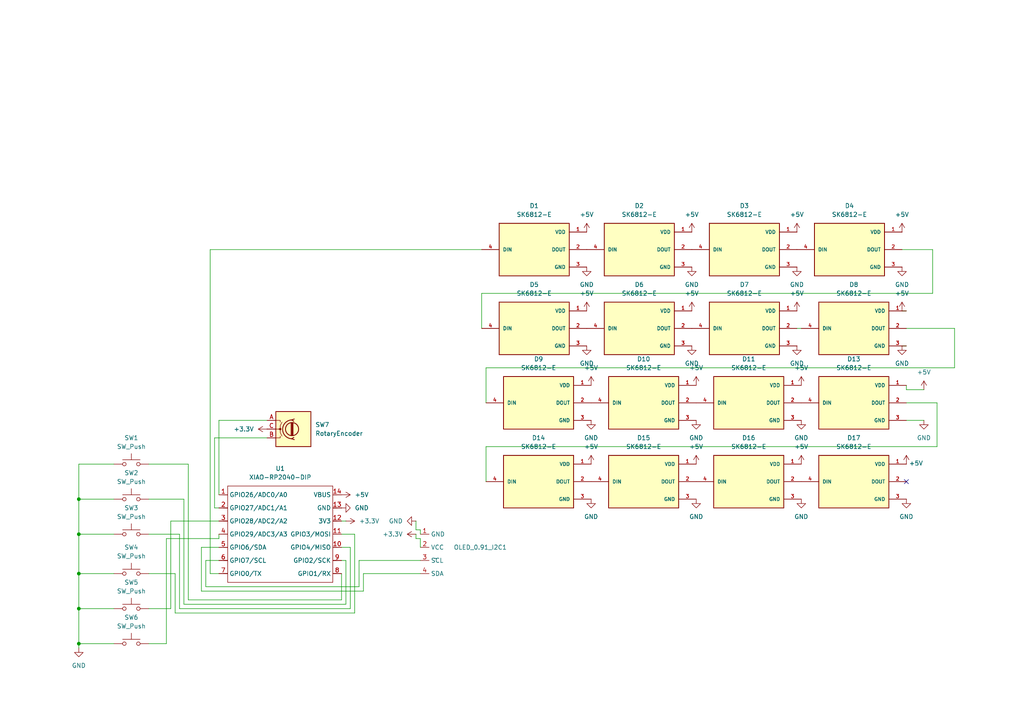
<source format=kicad_sch>
(kicad_sch
	(version 20250114)
	(generator "eeschema")
	(generator_version "9.0")
	(uuid "9ab72ab0-c606-4b1f-abfc-35f8f5ba4064")
	(paper "A4")
	(lib_symbols
		(symbol "Device:RotaryEncoder"
			(pin_names
				(offset 0.254)
				(hide yes)
			)
			(exclude_from_sim no)
			(in_bom yes)
			(on_board yes)
			(property "Reference" "SW"
				(at 0 6.604 0)
				(effects
					(font
						(size 1.27 1.27)
					)
				)
			)
			(property "Value" "RotaryEncoder"
				(at 0 -6.604 0)
				(effects
					(font
						(size 1.27 1.27)
					)
				)
			)
			(property "Footprint" ""
				(at -3.81 4.064 0)
				(effects
					(font
						(size 1.27 1.27)
					)
					(hide yes)
				)
			)
			(property "Datasheet" "~"
				(at 0 6.604 0)
				(effects
					(font
						(size 1.27 1.27)
					)
					(hide yes)
				)
			)
			(property "Description" "Rotary encoder, dual channel, incremental quadrate outputs"
				(at 0 0 0)
				(effects
					(font
						(size 1.27 1.27)
					)
					(hide yes)
				)
			)
			(property "ki_keywords" "rotary switch encoder"
				(at 0 0 0)
				(effects
					(font
						(size 1.27 1.27)
					)
					(hide yes)
				)
			)
			(property "ki_fp_filters" "RotaryEncoder*"
				(at 0 0 0)
				(effects
					(font
						(size 1.27 1.27)
					)
					(hide yes)
				)
			)
			(symbol "RotaryEncoder_0_1"
				(rectangle
					(start -5.08 5.08)
					(end 5.08 -5.08)
					(stroke
						(width 0.254)
						(type default)
					)
					(fill
						(type background)
					)
				)
				(polyline
					(pts
						(xy -5.08 2.54) (xy -3.81 2.54) (xy -3.81 2.032)
					)
					(stroke
						(width 0)
						(type default)
					)
					(fill
						(type none)
					)
				)
				(polyline
					(pts
						(xy -5.08 0) (xy -3.81 0) (xy -3.81 -1.016) (xy -3.302 -2.032)
					)
					(stroke
						(width 0)
						(type default)
					)
					(fill
						(type none)
					)
				)
				(polyline
					(pts
						(xy -5.08 -2.54) (xy -3.81 -2.54) (xy -3.81 -2.032)
					)
					(stroke
						(width 0)
						(type default)
					)
					(fill
						(type none)
					)
				)
				(polyline
					(pts
						(xy -4.318 0) (xy -3.81 0) (xy -3.81 1.016) (xy -3.302 2.032)
					)
					(stroke
						(width 0)
						(type default)
					)
					(fill
						(type none)
					)
				)
				(circle
					(center -3.81 0)
					(radius 0.254)
					(stroke
						(width 0)
						(type default)
					)
					(fill
						(type outline)
					)
				)
				(polyline
					(pts
						(xy -0.635 -1.778) (xy -0.635 1.778)
					)
					(stroke
						(width 0.254)
						(type default)
					)
					(fill
						(type none)
					)
				)
				(circle
					(center -0.381 0)
					(radius 1.905)
					(stroke
						(width 0.254)
						(type default)
					)
					(fill
						(type none)
					)
				)
				(polyline
					(pts
						(xy -0.381 -1.778) (xy -0.381 1.778)
					)
					(stroke
						(width 0.254)
						(type default)
					)
					(fill
						(type none)
					)
				)
				(arc
					(start -0.381 -2.794)
					(mid -3.0988 -0.0635)
					(end -0.381 2.667)
					(stroke
						(width 0.254)
						(type default)
					)
					(fill
						(type none)
					)
				)
				(polyline
					(pts
						(xy -0.127 1.778) (xy -0.127 -1.778)
					)
					(stroke
						(width 0.254)
						(type default)
					)
					(fill
						(type none)
					)
				)
				(polyline
					(pts
						(xy 0.254 2.921) (xy -0.508 2.667) (xy 0.127 2.286)
					)
					(stroke
						(width 0.254)
						(type default)
					)
					(fill
						(type none)
					)
				)
				(polyline
					(pts
						(xy 0.254 -3.048) (xy -0.508 -2.794) (xy 0.127 -2.413)
					)
					(stroke
						(width 0.254)
						(type default)
					)
					(fill
						(type none)
					)
				)
			)
			(symbol "RotaryEncoder_1_1"
				(pin passive line
					(at -7.62 2.54 0)
					(length 2.54)
					(name "A"
						(effects
							(font
								(size 1.27 1.27)
							)
						)
					)
					(number "A"
						(effects
							(font
								(size 1.27 1.27)
							)
						)
					)
				)
				(pin passive line
					(at -7.62 0 0)
					(length 2.54)
					(name "C"
						(effects
							(font
								(size 1.27 1.27)
							)
						)
					)
					(number "C"
						(effects
							(font
								(size 1.27 1.27)
							)
						)
					)
				)
				(pin passive line
					(at -7.62 -2.54 0)
					(length 2.54)
					(name "B"
						(effects
							(font
								(size 1.27 1.27)
							)
						)
					)
					(number "B"
						(effects
							(font
								(size 1.27 1.27)
							)
						)
					)
				)
			)
			(embedded_fonts no)
		)
		(symbol "OPL:OLED_0.91_I2C"
			(exclude_from_sim no)
			(in_bom yes)
			(on_board yes)
			(property "Reference" "OLED_0.91_I2C"
				(at 0 0 0)
				(effects
					(font
						(size 1.27 1.27)
					)
				)
			)
			(property "Value" ""
				(at 0 0 0)
				(effects
					(font
						(size 1.27 1.27)
					)
				)
			)
			(property "Footprint" "Rotary_Encoder:SSD1306-0.91-OLED-4pin-128x32"
				(at 0 0 0)
				(effects
					(font
						(size 1.27 1.27)
					)
					(hide yes)
				)
			)
			(property "Datasheet" ""
				(at 0 0 0)
				(effects
					(font
						(size 1.27 1.27)
					)
					(hide yes)
				)
			)
			(property "Description" ""
				(at 0 0 0)
				(effects
					(font
						(size 1.27 1.27)
					)
					(hide yes)
				)
			)
			(symbol "OLED_0.91_I2C_1_1"
				(pin power_in line
					(at -1.27 -3.81 0)
					(length 2.54)
					(name "GND"
						(effects
							(font
								(size 1.27 1.27)
							)
						)
					)
					(number "1"
						(effects
							(font
								(size 1.27 1.27)
							)
						)
					)
				)
				(pin power_in line
					(at -1.27 -7.62 0)
					(length 2.54)
					(name "VCC"
						(effects
							(font
								(size 1.27 1.27)
							)
						)
					)
					(number "2"
						(effects
							(font
								(size 1.27 1.27)
							)
						)
					)
				)
				(pin input line
					(at -1.27 -11.43 0)
					(length 2.54)
					(name "SCL"
						(effects
							(font
								(size 1.27 1.27)
							)
						)
					)
					(number "3"
						(effects
							(font
								(size 1.27 1.27)
							)
						)
					)
				)
				(pin bidirectional line
					(at -1.27 -15.24 0)
					(length 2.54)
					(name "SDA"
						(effects
							(font
								(size 1.27 1.27)
							)
						)
					)
					(number "4"
						(effects
							(font
								(size 1.27 1.27)
							)
						)
					)
				)
			)
			(embedded_fonts no)
		)
		(symbol "OPL:XIAO-RP2040-DIP"
			(exclude_from_sim no)
			(in_bom yes)
			(on_board yes)
			(property "Reference" "U"
				(at 0 0 0)
				(effects
					(font
						(size 1.27 1.27)
					)
				)
			)
			(property "Value" "XIAO-RP2040-DIP"
				(at 5.334 -1.778 0)
				(effects
					(font
						(size 1.27 1.27)
					)
				)
			)
			(property "Footprint" "Module:MOUDLE14P-XIAO-DIP-SMD"
				(at 14.478 -32.258 0)
				(effects
					(font
						(size 1.27 1.27)
					)
					(hide yes)
				)
			)
			(property "Datasheet" ""
				(at 0 0 0)
				(effects
					(font
						(size 1.27 1.27)
					)
					(hide yes)
				)
			)
			(property "Description" ""
				(at 0 0 0)
				(effects
					(font
						(size 1.27 1.27)
					)
					(hide yes)
				)
			)
			(symbol "XIAO-RP2040-DIP_1_0"
				(polyline
					(pts
						(xy -1.27 -2.54) (xy 29.21 -2.54)
					)
					(stroke
						(width 0.1524)
						(type solid)
					)
					(fill
						(type none)
					)
				)
				(polyline
					(pts
						(xy -1.27 -5.08) (xy -2.54 -5.08)
					)
					(stroke
						(width 0.1524)
						(type solid)
					)
					(fill
						(type none)
					)
				)
				(polyline
					(pts
						(xy -1.27 -5.08) (xy -1.27 -2.54)
					)
					(stroke
						(width 0.1524)
						(type solid)
					)
					(fill
						(type none)
					)
				)
				(polyline
					(pts
						(xy -1.27 -8.89) (xy -2.54 -8.89)
					)
					(stroke
						(width 0.1524)
						(type solid)
					)
					(fill
						(type none)
					)
				)
				(polyline
					(pts
						(xy -1.27 -8.89) (xy -1.27 -5.08)
					)
					(stroke
						(width 0.1524)
						(type solid)
					)
					(fill
						(type none)
					)
				)
				(polyline
					(pts
						(xy -1.27 -12.7) (xy -2.54 -12.7)
					)
					(stroke
						(width 0.1524)
						(type solid)
					)
					(fill
						(type none)
					)
				)
				(polyline
					(pts
						(xy -1.27 -12.7) (xy -1.27 -8.89)
					)
					(stroke
						(width 0.1524)
						(type solid)
					)
					(fill
						(type none)
					)
				)
				(polyline
					(pts
						(xy -1.27 -16.51) (xy -2.54 -16.51)
					)
					(stroke
						(width 0.1524)
						(type solid)
					)
					(fill
						(type none)
					)
				)
				(polyline
					(pts
						(xy -1.27 -16.51) (xy -1.27 -12.7)
					)
					(stroke
						(width 0.1524)
						(type solid)
					)
					(fill
						(type none)
					)
				)
				(polyline
					(pts
						(xy -1.27 -20.32) (xy -2.54 -20.32)
					)
					(stroke
						(width 0.1524)
						(type solid)
					)
					(fill
						(type none)
					)
				)
				(polyline
					(pts
						(xy -1.27 -24.13) (xy -2.54 -24.13)
					)
					(stroke
						(width 0.1524)
						(type solid)
					)
					(fill
						(type none)
					)
				)
				(polyline
					(pts
						(xy -1.27 -27.94) (xy -2.54 -27.94)
					)
					(stroke
						(width 0.1524)
						(type solid)
					)
					(fill
						(type none)
					)
				)
				(polyline
					(pts
						(xy -1.27 -30.48) (xy -1.27 -16.51)
					)
					(stroke
						(width 0.1524)
						(type solid)
					)
					(fill
						(type none)
					)
				)
				(polyline
					(pts
						(xy 29.21 -2.54) (xy 29.21 -5.08)
					)
					(stroke
						(width 0.1524)
						(type solid)
					)
					(fill
						(type none)
					)
				)
				(polyline
					(pts
						(xy 29.21 -5.08) (xy 29.21 -8.89)
					)
					(stroke
						(width 0.1524)
						(type solid)
					)
					(fill
						(type none)
					)
				)
				(polyline
					(pts
						(xy 29.21 -8.89) (xy 29.21 -12.7)
					)
					(stroke
						(width 0.1524)
						(type solid)
					)
					(fill
						(type none)
					)
				)
				(polyline
					(pts
						(xy 29.21 -12.7) (xy 29.21 -30.48)
					)
					(stroke
						(width 0.1524)
						(type solid)
					)
					(fill
						(type none)
					)
				)
				(polyline
					(pts
						(xy 29.21 -30.48) (xy -1.27 -30.48)
					)
					(stroke
						(width 0.1524)
						(type solid)
					)
					(fill
						(type none)
					)
				)
				(polyline
					(pts
						(xy 30.48 -5.08) (xy 29.21 -5.08)
					)
					(stroke
						(width 0.1524)
						(type solid)
					)
					(fill
						(type none)
					)
				)
				(polyline
					(pts
						(xy 30.48 -8.89) (xy 29.21 -8.89)
					)
					(stroke
						(width 0.1524)
						(type solid)
					)
					(fill
						(type none)
					)
				)
				(polyline
					(pts
						(xy 30.48 -12.7) (xy 29.21 -12.7)
					)
					(stroke
						(width 0.1524)
						(type solid)
					)
					(fill
						(type none)
					)
				)
				(polyline
					(pts
						(xy 30.48 -16.51) (xy 29.21 -16.51)
					)
					(stroke
						(width 0.1524)
						(type solid)
					)
					(fill
						(type none)
					)
				)
				(polyline
					(pts
						(xy 30.48 -20.32) (xy 29.21 -20.32)
					)
					(stroke
						(width 0.1524)
						(type solid)
					)
					(fill
						(type none)
					)
				)
				(polyline
					(pts
						(xy 30.48 -24.13) (xy 29.21 -24.13)
					)
					(stroke
						(width 0.1524)
						(type solid)
					)
					(fill
						(type none)
					)
				)
				(polyline
					(pts
						(xy 30.48 -27.94) (xy 29.21 -27.94)
					)
					(stroke
						(width 0.1524)
						(type solid)
					)
					(fill
						(type none)
					)
				)
				(pin passive line
					(at -3.81 -5.08 0)
					(length 2.54)
					(name "GPIO26/ADC0/A0"
						(effects
							(font
								(size 1.27 1.27)
							)
						)
					)
					(number "1"
						(effects
							(font
								(size 1.27 1.27)
							)
						)
					)
				)
				(pin passive line
					(at -3.81 -8.89 0)
					(length 2.54)
					(name "GPIO27/ADC1/A1"
						(effects
							(font
								(size 1.27 1.27)
							)
						)
					)
					(number "2"
						(effects
							(font
								(size 1.27 1.27)
							)
						)
					)
				)
				(pin passive line
					(at -3.81 -12.7 0)
					(length 2.54)
					(name "GPIO28/ADC2/A2"
						(effects
							(font
								(size 1.27 1.27)
							)
						)
					)
					(number "3"
						(effects
							(font
								(size 1.27 1.27)
							)
						)
					)
				)
				(pin passive line
					(at -3.81 -16.51 0)
					(length 2.54)
					(name "GPIO29/ADC3/A3"
						(effects
							(font
								(size 1.27 1.27)
							)
						)
					)
					(number "4"
						(effects
							(font
								(size 1.27 1.27)
							)
						)
					)
				)
				(pin passive line
					(at -3.81 -20.32 0)
					(length 2.54)
					(name "GPIO6/SDA"
						(effects
							(font
								(size 1.27 1.27)
							)
						)
					)
					(number "5"
						(effects
							(font
								(size 1.27 1.27)
							)
						)
					)
				)
				(pin passive line
					(at -3.81 -24.13 0)
					(length 2.54)
					(name "GPIO7/SCL"
						(effects
							(font
								(size 1.27 1.27)
							)
						)
					)
					(number "6"
						(effects
							(font
								(size 1.27 1.27)
							)
						)
					)
				)
				(pin passive line
					(at -3.81 -27.94 0)
					(length 2.54)
					(name "GPIO0/TX"
						(effects
							(font
								(size 1.27 1.27)
							)
						)
					)
					(number "7"
						(effects
							(font
								(size 1.27 1.27)
							)
						)
					)
				)
				(pin passive line
					(at 31.75 -5.08 180)
					(length 2.54)
					(name "VBUS"
						(effects
							(font
								(size 1.27 1.27)
							)
						)
					)
					(number "14"
						(effects
							(font
								(size 1.27 1.27)
							)
						)
					)
				)
				(pin passive line
					(at 31.75 -8.89 180)
					(length 2.54)
					(name "GND"
						(effects
							(font
								(size 1.27 1.27)
							)
						)
					)
					(number "13"
						(effects
							(font
								(size 1.27 1.27)
							)
						)
					)
				)
				(pin passive line
					(at 31.75 -12.7 180)
					(length 2.54)
					(name "3V3"
						(effects
							(font
								(size 1.27 1.27)
							)
						)
					)
					(number "12"
						(effects
							(font
								(size 1.27 1.27)
							)
						)
					)
				)
				(pin passive line
					(at 31.75 -16.51 180)
					(length 2.54)
					(name "GPIO3/MOSI"
						(effects
							(font
								(size 1.27 1.27)
							)
						)
					)
					(number "11"
						(effects
							(font
								(size 1.27 1.27)
							)
						)
					)
				)
				(pin passive line
					(at 31.75 -20.32 180)
					(length 2.54)
					(name "GPIO4/MISO"
						(effects
							(font
								(size 1.27 1.27)
							)
						)
					)
					(number "10"
						(effects
							(font
								(size 1.27 1.27)
							)
						)
					)
				)
				(pin passive line
					(at 31.75 -24.13 180)
					(length 2.54)
					(name "GPIO2/SCK"
						(effects
							(font
								(size 1.27 1.27)
							)
						)
					)
					(number "9"
						(effects
							(font
								(size 1.27 1.27)
							)
						)
					)
				)
				(pin passive line
					(at 31.75 -27.94 180)
					(length 2.54)
					(name "GPIO1/RX"
						(effects
							(font
								(size 1.27 1.27)
							)
						)
					)
					(number "8"
						(effects
							(font
								(size 1.27 1.27)
							)
						)
					)
				)
			)
			(embedded_fonts no)
		)
		(symbol "SK6812 MINI-E:SK6812-E"
			(pin_names
				(offset 1.016)
			)
			(exclude_from_sim no)
			(in_bom yes)
			(on_board yes)
			(property "Reference" "D"
				(at -10.16 8.89 0)
				(effects
					(font
						(size 1.27 1.27)
					)
					(justify left bottom)
				)
			)
			(property "Value" "SK6812-E"
				(at -10.16 -10.16 0)
				(effects
					(font
						(size 1.27 1.27)
					)
					(justify left bottom)
				)
			)
			(property "Footprint" "SK6812-E:LED_SK6812-E"
				(at 0 0 0)
				(effects
					(font
						(size 1.27 1.27)
					)
					(justify bottom)
					(hide yes)
				)
			)
			(property "Datasheet" ""
				(at 0 0 0)
				(effects
					(font
						(size 1.27 1.27)
					)
					(hide yes)
				)
			)
			(property "Description" ""
				(at 0 0 0)
				(effects
					(font
						(size 1.27 1.27)
					)
					(hide yes)
				)
			)
			(property "MF" "DONGGUANG OPSCO OPTOELECTRONICS CO., LTD"
				(at 0 0 0)
				(effects
					(font
						(size 1.27 1.27)
					)
					(justify bottom)
					(hide yes)
				)
			)
			(property "MAXIMUM_PACKAGE_HEIGHT" "0.84mm"
				(at 0 0 0)
				(effects
					(font
						(size 1.27 1.27)
					)
					(justify bottom)
					(hide yes)
				)
			)
			(property "Package" "Package"
				(at 0 0 0)
				(effects
					(font
						(size 1.27 1.27)
					)
					(justify bottom)
					(hide yes)
				)
			)
			(property "Price" "None"
				(at 0 0 0)
				(effects
					(font
						(size 1.27 1.27)
					)
					(justify bottom)
					(hide yes)
				)
			)
			(property "Check_prices" "https://www.snapeda.com/parts/SK6812-E/DONGGUANG+OPSCO+OPTOELECTRONICS+CO.%252C+LTD/view-part/?ref=eda"
				(at 0 0 0)
				(effects
					(font
						(size 1.27 1.27)
					)
					(justify bottom)
					(hide yes)
				)
			)
			(property "STANDARD" "Manufacturer recommendations"
				(at 0 0 0)
				(effects
					(font
						(size 1.27 1.27)
					)
					(justify bottom)
					(hide yes)
				)
			)
			(property "PARTREV" "2"
				(at 0 0 0)
				(effects
					(font
						(size 1.27 1.27)
					)
					(justify bottom)
					(hide yes)
				)
			)
			(property "SnapEDA_Link" "https://www.snapeda.com/parts/SK6812-E/DONGGUANG+OPSCO+OPTOELECTRONICS+CO.%252C+LTD/view-part/?ref=snap"
				(at 0 0 0)
				(effects
					(font
						(size 1.27 1.27)
					)
					(justify bottom)
					(hide yes)
				)
			)
			(property "MP" "SK6812-E"
				(at 0 0 0)
				(effects
					(font
						(size 1.27 1.27)
					)
					(justify bottom)
					(hide yes)
				)
			)
			(property "Description_1" "SK6812MINI-E is a smart LED control circuit and light emitting circuit in one controlled LED source, which has the shape of a 3528  LED chip."
				(at 0 0 0)
				(effects
					(font
						(size 1.27 1.27)
					)
					(justify bottom)
					(hide yes)
				)
			)
			(property "Availability" "Not in stock"
				(at 0 0 0)
				(effects
					(font
						(size 1.27 1.27)
					)
					(justify bottom)
					(hide yes)
				)
			)
			(property "MANUFACTURER" "DONGGUANG OPSCO"
				(at 0 0 0)
				(effects
					(font
						(size 1.27 1.27)
					)
					(justify bottom)
					(hide yes)
				)
			)
			(symbol "SK6812-E_0_0"
				(rectangle
					(start -10.16 -7.62)
					(end 10.16 7.62)
					(stroke
						(width 0.254)
						(type default)
					)
					(fill
						(type background)
					)
				)
				(pin input line
					(at -15.24 0 0)
					(length 5.08)
					(name "DIN"
						(effects
							(font
								(size 1.016 1.016)
							)
						)
					)
					(number "4"
						(effects
							(font
								(size 1.016 1.016)
							)
						)
					)
				)
				(pin power_in line
					(at 15.24 5.08 180)
					(length 5.08)
					(name "VDD"
						(effects
							(font
								(size 1.016 1.016)
							)
						)
					)
					(number "1"
						(effects
							(font
								(size 1.016 1.016)
							)
						)
					)
				)
				(pin output line
					(at 15.24 0 180)
					(length 5.08)
					(name "DOUT"
						(effects
							(font
								(size 1.016 1.016)
							)
						)
					)
					(number "2"
						(effects
							(font
								(size 1.016 1.016)
							)
						)
					)
				)
				(pin power_in line
					(at 15.24 -5.08 180)
					(length 5.08)
					(name "GND"
						(effects
							(font
								(size 1.016 1.016)
							)
						)
					)
					(number "3"
						(effects
							(font
								(size 1.016 1.016)
							)
						)
					)
				)
			)
			(embedded_fonts no)
		)
		(symbol "Switch:SW_Push"
			(pin_numbers
				(hide yes)
			)
			(pin_names
				(offset 1.016)
				(hide yes)
			)
			(exclude_from_sim no)
			(in_bom yes)
			(on_board yes)
			(property "Reference" "SW"
				(at 1.27 2.54 0)
				(effects
					(font
						(size 1.27 1.27)
					)
					(justify left)
				)
			)
			(property "Value" "SW_Push"
				(at 0 -1.524 0)
				(effects
					(font
						(size 1.27 1.27)
					)
				)
			)
			(property "Footprint" ""
				(at 0 5.08 0)
				(effects
					(font
						(size 1.27 1.27)
					)
					(hide yes)
				)
			)
			(property "Datasheet" "~"
				(at 0 5.08 0)
				(effects
					(font
						(size 1.27 1.27)
					)
					(hide yes)
				)
			)
			(property "Description" "Push button switch, generic, two pins"
				(at 0 0 0)
				(effects
					(font
						(size 1.27 1.27)
					)
					(hide yes)
				)
			)
			(property "ki_keywords" "switch normally-open pushbutton push-button"
				(at 0 0 0)
				(effects
					(font
						(size 1.27 1.27)
					)
					(hide yes)
				)
			)
			(symbol "SW_Push_0_1"
				(circle
					(center -2.032 0)
					(radius 0.508)
					(stroke
						(width 0)
						(type default)
					)
					(fill
						(type none)
					)
				)
				(polyline
					(pts
						(xy 0 1.27) (xy 0 3.048)
					)
					(stroke
						(width 0)
						(type default)
					)
					(fill
						(type none)
					)
				)
				(circle
					(center 2.032 0)
					(radius 0.508)
					(stroke
						(width 0)
						(type default)
					)
					(fill
						(type none)
					)
				)
				(polyline
					(pts
						(xy 2.54 1.27) (xy -2.54 1.27)
					)
					(stroke
						(width 0)
						(type default)
					)
					(fill
						(type none)
					)
				)
				(pin passive line
					(at -5.08 0 0)
					(length 2.54)
					(name "1"
						(effects
							(font
								(size 1.27 1.27)
							)
						)
					)
					(number "1"
						(effects
							(font
								(size 1.27 1.27)
							)
						)
					)
				)
				(pin passive line
					(at 5.08 0 180)
					(length 2.54)
					(name "2"
						(effects
							(font
								(size 1.27 1.27)
							)
						)
					)
					(number "2"
						(effects
							(font
								(size 1.27 1.27)
							)
						)
					)
				)
			)
			(embedded_fonts no)
		)
		(symbol "power:+3.3V"
			(power)
			(pin_numbers
				(hide yes)
			)
			(pin_names
				(offset 0)
				(hide yes)
			)
			(exclude_from_sim no)
			(in_bom yes)
			(on_board yes)
			(property "Reference" "#PWR"
				(at 0 -3.81 0)
				(effects
					(font
						(size 1.27 1.27)
					)
					(hide yes)
				)
			)
			(property "Value" "+3.3V"
				(at 0 3.556 0)
				(effects
					(font
						(size 1.27 1.27)
					)
				)
			)
			(property "Footprint" ""
				(at 0 0 0)
				(effects
					(font
						(size 1.27 1.27)
					)
					(hide yes)
				)
			)
			(property "Datasheet" ""
				(at 0 0 0)
				(effects
					(font
						(size 1.27 1.27)
					)
					(hide yes)
				)
			)
			(property "Description" "Power symbol creates a global label with name \"+3.3V\""
				(at 0 0 0)
				(effects
					(font
						(size 1.27 1.27)
					)
					(hide yes)
				)
			)
			(property "ki_keywords" "global power"
				(at 0 0 0)
				(effects
					(font
						(size 1.27 1.27)
					)
					(hide yes)
				)
			)
			(symbol "+3.3V_0_1"
				(polyline
					(pts
						(xy -0.762 1.27) (xy 0 2.54)
					)
					(stroke
						(width 0)
						(type default)
					)
					(fill
						(type none)
					)
				)
				(polyline
					(pts
						(xy 0 2.54) (xy 0.762 1.27)
					)
					(stroke
						(width 0)
						(type default)
					)
					(fill
						(type none)
					)
				)
				(polyline
					(pts
						(xy 0 0) (xy 0 2.54)
					)
					(stroke
						(width 0)
						(type default)
					)
					(fill
						(type none)
					)
				)
			)
			(symbol "+3.3V_1_1"
				(pin power_in line
					(at 0 0 90)
					(length 0)
					(name "~"
						(effects
							(font
								(size 1.27 1.27)
							)
						)
					)
					(number "1"
						(effects
							(font
								(size 1.27 1.27)
							)
						)
					)
				)
			)
			(embedded_fonts no)
		)
		(symbol "power:+5V"
			(power)
			(pin_numbers
				(hide yes)
			)
			(pin_names
				(offset 0)
				(hide yes)
			)
			(exclude_from_sim no)
			(in_bom yes)
			(on_board yes)
			(property "Reference" "#PWR"
				(at 0 -3.81 0)
				(effects
					(font
						(size 1.27 1.27)
					)
					(hide yes)
				)
			)
			(property "Value" "+5V"
				(at 0 3.556 0)
				(effects
					(font
						(size 1.27 1.27)
					)
				)
			)
			(property "Footprint" ""
				(at 0 0 0)
				(effects
					(font
						(size 1.27 1.27)
					)
					(hide yes)
				)
			)
			(property "Datasheet" ""
				(at 0 0 0)
				(effects
					(font
						(size 1.27 1.27)
					)
					(hide yes)
				)
			)
			(property "Description" "Power symbol creates a global label with name \"+5V\""
				(at 0 0 0)
				(effects
					(font
						(size 1.27 1.27)
					)
					(hide yes)
				)
			)
			(property "ki_keywords" "global power"
				(at 0 0 0)
				(effects
					(font
						(size 1.27 1.27)
					)
					(hide yes)
				)
			)
			(symbol "+5V_0_1"
				(polyline
					(pts
						(xy -0.762 1.27) (xy 0 2.54)
					)
					(stroke
						(width 0)
						(type default)
					)
					(fill
						(type none)
					)
				)
				(polyline
					(pts
						(xy 0 2.54) (xy 0.762 1.27)
					)
					(stroke
						(width 0)
						(type default)
					)
					(fill
						(type none)
					)
				)
				(polyline
					(pts
						(xy 0 0) (xy 0 2.54)
					)
					(stroke
						(width 0)
						(type default)
					)
					(fill
						(type none)
					)
				)
			)
			(symbol "+5V_1_1"
				(pin power_in line
					(at 0 0 90)
					(length 0)
					(name "~"
						(effects
							(font
								(size 1.27 1.27)
							)
						)
					)
					(number "1"
						(effects
							(font
								(size 1.27 1.27)
							)
						)
					)
				)
			)
			(embedded_fonts no)
		)
		(symbol "power:GND"
			(power)
			(pin_numbers
				(hide yes)
			)
			(pin_names
				(offset 0)
				(hide yes)
			)
			(exclude_from_sim no)
			(in_bom yes)
			(on_board yes)
			(property "Reference" "#PWR"
				(at 0 -6.35 0)
				(effects
					(font
						(size 1.27 1.27)
					)
					(hide yes)
				)
			)
			(property "Value" "GND"
				(at 0 -3.81 0)
				(effects
					(font
						(size 1.27 1.27)
					)
				)
			)
			(property "Footprint" ""
				(at 0 0 0)
				(effects
					(font
						(size 1.27 1.27)
					)
					(hide yes)
				)
			)
			(property "Datasheet" ""
				(at 0 0 0)
				(effects
					(font
						(size 1.27 1.27)
					)
					(hide yes)
				)
			)
			(property "Description" "Power symbol creates a global label with name \"GND\" , ground"
				(at 0 0 0)
				(effects
					(font
						(size 1.27 1.27)
					)
					(hide yes)
				)
			)
			(property "ki_keywords" "global power"
				(at 0 0 0)
				(effects
					(font
						(size 1.27 1.27)
					)
					(hide yes)
				)
			)
			(symbol "GND_0_1"
				(polyline
					(pts
						(xy 0 0) (xy 0 -1.27) (xy 1.27 -1.27) (xy 0 -2.54) (xy -1.27 -1.27) (xy 0 -1.27)
					)
					(stroke
						(width 0)
						(type default)
					)
					(fill
						(type none)
					)
				)
			)
			(symbol "GND_1_1"
				(pin power_in line
					(at 0 0 270)
					(length 0)
					(name "~"
						(effects
							(font
								(size 1.27 1.27)
							)
						)
					)
					(number "1"
						(effects
							(font
								(size 1.27 1.27)
							)
						)
					)
				)
			)
			(embedded_fonts no)
		)
	)
	(junction
		(at 22.86 154.94)
		(diameter 0)
		(color 0 0 0 0)
		(uuid "305f9f39-35f5-4a5c-80d5-ea1c7d0a22f5")
	)
	(junction
		(at 22.86 166.37)
		(diameter 0)
		(color 0 0 0 0)
		(uuid "50c1e0d9-924a-4264-9687-9fe13bf7a7a0")
	)
	(junction
		(at 22.86 176.53)
		(diameter 0)
		(color 0 0 0 0)
		(uuid "882de3fc-b88d-4684-9a38-43092fd18eb5")
	)
	(junction
		(at 22.86 186.69)
		(diameter 0)
		(color 0 0 0 0)
		(uuid "922f24bc-c218-4dee-9e58-6a9354d8fc71")
	)
	(junction
		(at 22.86 144.78)
		(diameter 0)
		(color 0 0 0 0)
		(uuid "c93d4eed-0735-40f2-b9f3-46c3d3007073")
	)
	(no_connect
		(at 262.89 139.7)
		(uuid "cc2530a0-2428-497e-813a-57ae069f50d7")
	)
	(wire
		(pts
			(xy 104.14 170.18) (xy 59.69 170.18)
		)
		(stroke
			(width 0)
			(type default)
		)
		(uuid "047dfae4-ad90-498f-b3a9-fc991adcb9e4")
	)
	(wire
		(pts
			(xy 120.65 156.21) (xy 120.65 154.94)
		)
		(stroke
			(width 0)
			(type default)
		)
		(uuid "0bcccdd7-93c4-43ec-ba1a-e98eee4732c6")
	)
	(wire
		(pts
			(xy 262.89 90.17) (xy 261.62 90.17)
		)
		(stroke
			(width 0)
			(type default)
		)
		(uuid "0de4d2c2-803b-4bb2-885f-7aff5b09067d")
	)
	(wire
		(pts
			(xy 261.62 72.39) (xy 270.51 72.39)
		)
		(stroke
			(width 0)
			(type default)
		)
		(uuid "126b80e8-bb79-4eff-be36-14f97ebcee77")
	)
	(wire
		(pts
			(xy 270.51 72.39) (xy 270.51 85.09)
		)
		(stroke
			(width 0)
			(type default)
		)
		(uuid "12cfa818-1b40-45ac-9ebc-081518beaa08")
	)
	(wire
		(pts
			(xy 104.14 162.56) (xy 104.14 170.18)
		)
		(stroke
			(width 0)
			(type default)
		)
		(uuid "155b066f-e69e-45ef-9471-ced1aedd37ba")
	)
	(wire
		(pts
			(xy 270.51 85.09) (xy 139.7 85.09)
		)
		(stroke
			(width 0)
			(type default)
		)
		(uuid "16aebe02-8160-4451-8be1-f46fb7691ec3")
	)
	(wire
		(pts
			(xy 60.96 72.39) (xy 60.96 166.37)
		)
		(stroke
			(width 0)
			(type default)
		)
		(uuid "180a2e08-91f7-40d6-a8b7-c13338a4393a")
	)
	(wire
		(pts
			(xy 77.47 127) (xy 62.23 127)
		)
		(stroke
			(width 0)
			(type default)
		)
		(uuid "1c56420c-cdc8-4c2d-9852-9aa4f475834f")
	)
	(wire
		(pts
			(xy 102.87 177.8) (xy 102.87 154.94)
		)
		(stroke
			(width 0)
			(type default)
		)
		(uuid "23d52ca1-32cd-4c92-a56b-05fe99d05654")
	)
	(wire
		(pts
			(xy 49.53 151.13) (xy 63.5 151.13)
		)
		(stroke
			(width 0)
			(type default)
		)
		(uuid "27c2414d-ddbe-40c9-ad04-e16d67844be5")
	)
	(wire
		(pts
			(xy 22.86 176.53) (xy 22.86 186.69)
		)
		(stroke
			(width 0)
			(type default)
		)
		(uuid "2b547b4f-9592-4d51-9329-381799f11ff4")
	)
	(wire
		(pts
			(xy 105.41 166.37) (xy 105.41 171.45)
		)
		(stroke
			(width 0)
			(type default)
		)
		(uuid "2bc01e19-64b4-4277-b7d6-0ed4747ebbc1")
	)
	(wire
		(pts
			(xy 54.61 134.62) (xy 54.61 173.99)
		)
		(stroke
			(width 0)
			(type default)
		)
		(uuid "2bdce5de-e2aa-4844-9d1f-f5f3c2959e6f")
	)
	(wire
		(pts
			(xy 49.53 151.13) (xy 49.53 176.53)
		)
		(stroke
			(width 0)
			(type default)
		)
		(uuid "2df25cb1-2005-4ba2-999b-4143671d296a")
	)
	(wire
		(pts
			(xy 43.18 134.62) (xy 54.61 134.62)
		)
		(stroke
			(width 0)
			(type default)
		)
		(uuid "331e5255-a222-4268-adb3-dac0afb25711")
	)
	(wire
		(pts
			(xy 100.33 175.26) (xy 100.33 162.56)
		)
		(stroke
			(width 0)
			(type default)
		)
		(uuid "354f1512-0a17-4695-a31e-5ceb69731514")
	)
	(wire
		(pts
			(xy 54.61 173.99) (xy 99.06 173.99)
		)
		(stroke
			(width 0)
			(type default)
		)
		(uuid "35a58dca-4d2b-4e84-a399-4653b05877e2")
	)
	(wire
		(pts
			(xy 22.86 176.53) (xy 33.02 176.53)
		)
		(stroke
			(width 0)
			(type default)
		)
		(uuid "38918ab7-b40f-4e6f-9b61-08f248e932ca")
	)
	(wire
		(pts
			(xy 271.78 116.84) (xy 271.78 129.54)
		)
		(stroke
			(width 0)
			(type default)
		)
		(uuid "3b2a8250-218f-4f6a-9dc6-6617e33e7ce1")
	)
	(wire
		(pts
			(xy 62.23 147.32) (xy 63.5 147.32)
		)
		(stroke
			(width 0)
			(type default)
		)
		(uuid "409060fb-84dc-40c1-95fb-2e45416e61ef")
	)
	(wire
		(pts
			(xy 63.5 121.92) (xy 63.5 143.51)
		)
		(stroke
			(width 0)
			(type default)
		)
		(uuid "413ccff3-45f8-4c0a-9c47-b63dc88c3b49")
	)
	(wire
		(pts
			(xy 22.86 144.78) (xy 22.86 134.62)
		)
		(stroke
			(width 0)
			(type default)
		)
		(uuid "42d2570e-8d52-4d3e-b3ac-4049fdd05082")
	)
	(wire
		(pts
			(xy 48.26 156.21) (xy 48.26 186.69)
		)
		(stroke
			(width 0)
			(type default)
		)
		(uuid "4572f9f9-dcc7-4bf5-b63c-e599985e783f")
	)
	(wire
		(pts
			(xy 22.86 154.94) (xy 33.02 154.94)
		)
		(stroke
			(width 0)
			(type default)
		)
		(uuid "47a76ae0-d12d-4261-b1d1-091212480fac")
	)
	(wire
		(pts
			(xy 53.34 144.78) (xy 53.34 175.26)
		)
		(stroke
			(width 0)
			(type default)
		)
		(uuid "554d4766-2f01-483d-9e4e-06087d292dec")
	)
	(wire
		(pts
			(xy 232.41 95.25) (xy 231.14 95.25)
		)
		(stroke
			(width 0)
			(type default)
		)
		(uuid "60ef6fc3-8139-4c31-bbdf-24d8e3ea9878")
	)
	(wire
		(pts
			(xy 22.86 144.78) (xy 22.86 154.94)
		)
		(stroke
			(width 0)
			(type default)
		)
		(uuid "618b145c-baf8-4eb7-bd7a-e62679ed9685")
	)
	(wire
		(pts
			(xy 101.6 158.75) (xy 99.06 158.75)
		)
		(stroke
			(width 0)
			(type default)
		)
		(uuid "6292d790-f1c8-4613-9f84-030880fd0665")
	)
	(wire
		(pts
			(xy 59.69 162.56) (xy 63.5 162.56)
		)
		(stroke
			(width 0)
			(type default)
		)
		(uuid "6993649a-aab6-4a99-82d8-ccf241e196a9")
	)
	(wire
		(pts
			(xy 140.97 106.68) (xy 140.97 116.84)
		)
		(stroke
			(width 0)
			(type default)
		)
		(uuid "7057c5ac-60b9-4906-88a6-f8bec57643f8")
	)
	(wire
		(pts
			(xy 120.65 153.67) (xy 120.65 151.13)
		)
		(stroke
			(width 0)
			(type default)
		)
		(uuid "71ef776d-9452-43c4-895b-de24e1d50e66")
	)
	(wire
		(pts
			(xy 50.8 177.8) (xy 102.87 177.8)
		)
		(stroke
			(width 0)
			(type default)
		)
		(uuid "7326e157-2a65-4c3d-b947-fa6eab0c22ff")
	)
	(wire
		(pts
			(xy 22.86 166.37) (xy 22.86 176.53)
		)
		(stroke
			(width 0)
			(type default)
		)
		(uuid "73e290ff-74ce-4052-869e-7f6342b4e0f0")
	)
	(wire
		(pts
			(xy 139.7 85.09) (xy 139.7 95.25)
		)
		(stroke
			(width 0)
			(type default)
		)
		(uuid "77617314-da60-4247-808c-7f537a6f9d8f")
	)
	(wire
		(pts
			(xy 22.86 166.37) (xy 33.02 166.37)
		)
		(stroke
			(width 0)
			(type default)
		)
		(uuid "79fb1917-a63e-471b-a37f-5ea71a9f65df")
	)
	(wire
		(pts
			(xy 99.06 154.94) (xy 102.87 154.94)
		)
		(stroke
			(width 0)
			(type default)
		)
		(uuid "7f11e5d6-c99c-4395-ac09-cf67e4bd5250")
	)
	(wire
		(pts
			(xy 52.07 154.94) (xy 52.07 176.53)
		)
		(stroke
			(width 0)
			(type default)
		)
		(uuid "8dd772db-ccf9-42a6-a41f-bbd5b807ec75")
	)
	(wire
		(pts
			(xy 121.92 156.21) (xy 120.65 156.21)
		)
		(stroke
			(width 0)
			(type default)
		)
		(uuid "8f22866a-553b-43e1-8203-e80de38c266b")
	)
	(wire
		(pts
			(xy 140.97 129.54) (xy 271.78 129.54)
		)
		(stroke
			(width 0)
			(type default)
		)
		(uuid "8f4838af-12ad-4920-ac90-0d80d7eb501a")
	)
	(wire
		(pts
			(xy 58.42 171.45) (xy 58.42 158.75)
		)
		(stroke
			(width 0)
			(type default)
		)
		(uuid "8fecf581-4cb6-4881-b9a1-ef6a37419475")
	)
	(wire
		(pts
			(xy 101.6 176.53) (xy 101.6 158.75)
		)
		(stroke
			(width 0)
			(type default)
		)
		(uuid "91cf332f-8c2c-4034-b143-22d399151a23")
	)
	(wire
		(pts
			(xy 52.07 176.53) (xy 101.6 176.53)
		)
		(stroke
			(width 0)
			(type default)
		)
		(uuid "97367aa2-034c-4908-9440-f8d974ac779f")
	)
	(wire
		(pts
			(xy 276.86 95.25) (xy 276.86 106.68)
		)
		(stroke
			(width 0)
			(type default)
		)
		(uuid "98ed243a-6ba0-460d-8cf7-19cb275c8afa")
	)
	(wire
		(pts
			(xy 22.86 154.94) (xy 22.86 166.37)
		)
		(stroke
			(width 0)
			(type default)
		)
		(uuid "990fe3d0-a497-4ec2-919e-d720eae5cd8f")
	)
	(wire
		(pts
			(xy 43.18 186.69) (xy 48.26 186.69)
		)
		(stroke
			(width 0)
			(type default)
		)
		(uuid "9a788c40-48d0-477e-8bd8-b70b9d482506")
	)
	(wire
		(pts
			(xy 140.97 129.54) (xy 140.97 139.7)
		)
		(stroke
			(width 0)
			(type default)
		)
		(uuid "9e312c73-3459-4469-978b-d62241ef353a")
	)
	(wire
		(pts
			(xy 121.92 162.56) (xy 104.14 162.56)
		)
		(stroke
			(width 0)
			(type default)
		)
		(uuid "a10f422c-a90a-4f65-b7a7-c4f6c717dbfe")
	)
	(wire
		(pts
			(xy 43.18 166.37) (xy 50.8 166.37)
		)
		(stroke
			(width 0)
			(type default)
		)
		(uuid "a3953fae-a3d6-492d-84cc-e2d909bfade5")
	)
	(wire
		(pts
			(xy 99.06 173.99) (xy 99.06 166.37)
		)
		(stroke
			(width 0)
			(type default)
		)
		(uuid "a3c56b97-29c2-4a58-95ab-0c0ff024f12a")
	)
	(wire
		(pts
			(xy 77.47 121.92) (xy 63.5 121.92)
		)
		(stroke
			(width 0)
			(type default)
		)
		(uuid "a5bf61fd-4f9d-49db-8b91-62d6ebecda58")
	)
	(wire
		(pts
			(xy 121.92 166.37) (xy 105.41 166.37)
		)
		(stroke
			(width 0)
			(type default)
		)
		(uuid "a5cade8e-bd0b-4f5b-ba8c-44b5ec4d72f0")
	)
	(wire
		(pts
			(xy 267.97 121.92) (xy 262.89 121.92)
		)
		(stroke
			(width 0)
			(type default)
		)
		(uuid "a745e696-c1db-4436-8d69-fb10f89e7be0")
	)
	(wire
		(pts
			(xy 267.97 113.03) (xy 262.89 113.03)
		)
		(stroke
			(width 0)
			(type default)
		)
		(uuid "aa5249ce-53cd-4ed6-8a10-7fd864024425")
	)
	(wire
		(pts
			(xy 43.18 154.94) (xy 52.07 154.94)
		)
		(stroke
			(width 0)
			(type default)
		)
		(uuid "aca88eca-8793-44c1-9c91-24f0dded2b56")
	)
	(wire
		(pts
			(xy 276.86 106.68) (xy 140.97 106.68)
		)
		(stroke
			(width 0)
			(type default)
		)
		(uuid "b35772c7-6047-4b09-a8f2-061d0d710a73")
	)
	(wire
		(pts
			(xy 50.8 166.37) (xy 50.8 177.8)
		)
		(stroke
			(width 0)
			(type default)
		)
		(uuid "baa4d074-bafd-49f8-b7ff-8bdde1eea868")
	)
	(wire
		(pts
			(xy 43.18 176.53) (xy 49.53 176.53)
		)
		(stroke
			(width 0)
			(type default)
		)
		(uuid "bd6c8f73-ef86-4eee-8f84-ba3cbfce0027")
	)
	(wire
		(pts
			(xy 62.23 127) (xy 62.23 147.32)
		)
		(stroke
			(width 0)
			(type default)
		)
		(uuid "c18d07b4-cff2-4ad2-8d1c-1d5434331587")
	)
	(wire
		(pts
			(xy 121.92 154.94) (xy 121.92 153.67)
		)
		(stroke
			(width 0)
			(type default)
		)
		(uuid "c3f576fa-8f3d-48ba-94aa-eabea1713560")
	)
	(wire
		(pts
			(xy 262.89 100.33) (xy 261.62 100.33)
		)
		(stroke
			(width 0)
			(type default)
		)
		(uuid "c5442976-2d3f-49be-84ce-108f45a8b87e")
	)
	(wire
		(pts
			(xy 60.96 166.37) (xy 63.5 166.37)
		)
		(stroke
			(width 0)
			(type default)
		)
		(uuid "c7b5a81d-1205-4261-8543-285249fd482b")
	)
	(wire
		(pts
			(xy 22.86 186.69) (xy 22.86 187.96)
		)
		(stroke
			(width 0)
			(type default)
		)
		(uuid "c83748ea-b333-42bd-b146-e31d1554b3b1")
	)
	(wire
		(pts
			(xy 63.5 156.21) (xy 63.5 154.94)
		)
		(stroke
			(width 0)
			(type default)
		)
		(uuid "c90ad58b-52d0-4ac1-80a8-ad963ec5929c")
	)
	(wire
		(pts
			(xy 22.86 186.69) (xy 33.02 186.69)
		)
		(stroke
			(width 0)
			(type default)
		)
		(uuid "ca1b8165-81b3-4e92-87d2-c497fe26d688")
	)
	(wire
		(pts
			(xy 48.26 156.21) (xy 63.5 156.21)
		)
		(stroke
			(width 0)
			(type default)
		)
		(uuid "cada1654-75c0-44eb-88aa-8f0f1f1acad3")
	)
	(wire
		(pts
			(xy 262.89 113.03) (xy 262.89 111.76)
		)
		(stroke
			(width 0)
			(type default)
		)
		(uuid "d1edc57d-262a-4e65-b8a6-64e8372529e6")
	)
	(wire
		(pts
			(xy 105.41 171.45) (xy 58.42 171.45)
		)
		(stroke
			(width 0)
			(type default)
		)
		(uuid "d449821b-d854-4d08-be40-822c489752d8")
	)
	(wire
		(pts
			(xy 43.18 144.78) (xy 53.34 144.78)
		)
		(stroke
			(width 0)
			(type default)
		)
		(uuid "d4a8156f-0c35-40bc-a7ea-672c420a6bbc")
	)
	(wire
		(pts
			(xy 121.92 153.67) (xy 120.65 153.67)
		)
		(stroke
			(width 0)
			(type default)
		)
		(uuid "d4bf5f62-ebc8-4e35-912c-0c75ce1d85a2")
	)
	(wire
		(pts
			(xy 121.92 158.75) (xy 121.92 156.21)
		)
		(stroke
			(width 0)
			(type default)
		)
		(uuid "d87715be-a4a8-464a-afd9-b9a231ec6f8e")
	)
	(wire
		(pts
			(xy 53.34 175.26) (xy 100.33 175.26)
		)
		(stroke
			(width 0)
			(type default)
		)
		(uuid "dd5dab04-2741-42f3-a7ae-7da320224754")
	)
	(wire
		(pts
			(xy 139.7 72.39) (xy 60.96 72.39)
		)
		(stroke
			(width 0)
			(type default)
		)
		(uuid "e0df3aa9-d693-4413-9438-3dd61bbc5858")
	)
	(wire
		(pts
			(xy 58.42 158.75) (xy 63.5 158.75)
		)
		(stroke
			(width 0)
			(type default)
		)
		(uuid "e30448a8-f482-4744-afc4-c5cd4e41707c")
	)
	(wire
		(pts
			(xy 100.33 151.13) (xy 99.06 151.13)
		)
		(stroke
			(width 0)
			(type default)
		)
		(uuid "e4b1fbd4-5dbc-43ef-9843-891109d9d4d9")
	)
	(wire
		(pts
			(xy 262.89 116.84) (xy 271.78 116.84)
		)
		(stroke
			(width 0)
			(type default)
		)
		(uuid "e60e0421-6438-4859-9cb0-97381f57878b")
	)
	(wire
		(pts
			(xy 22.86 144.78) (xy 33.02 144.78)
		)
		(stroke
			(width 0)
			(type default)
		)
		(uuid "ec284130-8816-4e78-ab51-41ef2ddba1cf")
	)
	(wire
		(pts
			(xy 100.33 162.56) (xy 99.06 162.56)
		)
		(stroke
			(width 0)
			(type default)
		)
		(uuid "ecc7bb72-5d91-4120-a876-7fd5f9b9ebe5")
	)
	(wire
		(pts
			(xy 59.69 170.18) (xy 59.69 162.56)
		)
		(stroke
			(width 0)
			(type default)
		)
		(uuid "ed9a7bbf-c83b-4874-96e0-8d854729c873")
	)
	(wire
		(pts
			(xy 262.89 95.25) (xy 276.86 95.25)
		)
		(stroke
			(width 0)
			(type default)
		)
		(uuid "ef46735a-c387-459e-96be-9c252e291708")
	)
	(wire
		(pts
			(xy 22.86 134.62) (xy 33.02 134.62)
		)
		(stroke
			(width 0)
			(type default)
		)
		(uuid "f1af8aa8-f8b6-410f-88d7-0ba21afe3117")
	)
	(symbol
		(lib_id "SK6812 MINI-E:SK6812-E")
		(at 247.65 95.25 0)
		(unit 1)
		(exclude_from_sim no)
		(in_bom yes)
		(on_board yes)
		(dnp no)
		(fields_autoplaced yes)
		(uuid "005ec19c-3cc6-4b0d-a508-1f7e3e400833")
		(property "Reference" "D8"
			(at 247.65 82.55 0)
			(effects
				(font
					(size 1.27 1.27)
				)
			)
		)
		(property "Value" "SK6812-E"
			(at 247.65 85.09 0)
			(effects
				(font
					(size 1.27 1.27)
				)
			)
		)
		(property "Footprint" "SK6812-E:LED_SK6812-E"
			(at 247.65 95.25 0)
			(effects
				(font
					(size 1.27 1.27)
				)
				(justify bottom)
				(hide yes)
			)
		)
		(property "Datasheet" ""
			(at 247.65 95.25 0)
			(effects
				(font
					(size 1.27 1.27)
				)
				(hide yes)
			)
		)
		(property "Description" ""
			(at 247.65 95.25 0)
			(effects
				(font
					(size 1.27 1.27)
				)
				(hide yes)
			)
		)
		(property "MF" "DONGGUANG OPSCO OPTOELECTRONICS CO., LTD"
			(at 247.65 95.25 0)
			(effects
				(font
					(size 1.27 1.27)
				)
				(justify bottom)
				(hide yes)
			)
		)
		(property "MAXIMUM_PACKAGE_HEIGHT" "0.84mm"
			(at 247.65 95.25 0)
			(effects
				(font
					(size 1.27 1.27)
				)
				(justify bottom)
				(hide yes)
			)
		)
		(property "Package" "Package"
			(at 247.65 95.25 0)
			(effects
				(font
					(size 1.27 1.27)
				)
				(justify bottom)
				(hide yes)
			)
		)
		(property "Price" "None"
			(at 247.65 95.25 0)
			(effects
				(font
					(size 1.27 1.27)
				)
				(justify bottom)
				(hide yes)
			)
		)
		(property "Check_prices" "https://www.snapeda.com/parts/SK6812-E/DONGGUANG+OPSCO+OPTOELECTRONICS+CO.%252C+LTD/view-part/?ref=eda"
			(at 247.65 95.25 0)
			(effects
				(font
					(size 1.27 1.27)
				)
				(justify bottom)
				(hide yes)
			)
		)
		(property "STANDARD" "Manufacturer recommendations"
			(at 247.65 95.25 0)
			(effects
				(font
					(size 1.27 1.27)
				)
				(justify bottom)
				(hide yes)
			)
		)
		(property "PARTREV" "2"
			(at 247.65 95.25 0)
			(effects
				(font
					(size 1.27 1.27)
				)
				(justify bottom)
				(hide yes)
			)
		)
		(property "SnapEDA_Link" "https://www.snapeda.com/parts/SK6812-E/DONGGUANG+OPSCO+OPTOELECTRONICS+CO.%252C+LTD/view-part/?ref=snap"
			(at 247.65 95.25 0)
			(effects
				(font
					(size 1.27 1.27)
				)
				(justify bottom)
				(hide yes)
			)
		)
		(property "MP" "SK6812-E"
			(at 247.65 95.25 0)
			(effects
				(font
					(size 1.27 1.27)
				)
				(justify bottom)
				(hide yes)
			)
		)
		(property "Description_1" "SK6812MINI-E is a smart LED control circuit and light emitting circuit in one controlled LED source, which has the shape of a 3528  LED chip."
			(at 247.65 95.25 0)
			(effects
				(font
					(size 1.27 1.27)
				)
				(justify bottom)
				(hide yes)
			)
		)
		(property "Availability" "Not in stock"
			(at 247.65 95.25 0)
			(effects
				(font
					(size 1.27 1.27)
				)
				(justify bottom)
				(hide yes)
			)
		)
		(property "MANUFACTURER" "DONGGUANG OPSCO"
			(at 247.65 95.25 0)
			(effects
				(font
					(size 1.27 1.27)
				)
				(justify bottom)
				(hide yes)
			)
		)
		(property "Sim.Library" "C:\\Users\\ajeng\\Downloads\\SK6812-E\\SK6812-E.step"
			(at 247.65 95.25 0)
			(effects
				(font
					(size 1.27 1.27)
				)
				(hide yes)
			)
		)
		(pin "2"
			(uuid "9fc80532-c59f-4257-af27-eb32ffa7783c")
		)
		(pin "1"
			(uuid "7777b2d8-48a1-4a1c-8535-5868bfbc46a9")
		)
		(pin "3"
			(uuid "3832a322-5a36-4e8d-845c-e5d9487f1d3d")
		)
		(pin "4"
			(uuid "c1c168a1-7011-40e9-8cf2-adc2138d3f3c")
		)
		(instances
			(project ""
				(path "/9ab72ab0-c606-4b1f-abfc-35f8f5ba4064"
					(reference "D8")
					(unit 1)
				)
			)
		)
	)
	(symbol
		(lib_id "power:GND")
		(at 262.89 144.78 0)
		(unit 1)
		(exclude_from_sim no)
		(in_bom yes)
		(on_board yes)
		(dnp no)
		(fields_autoplaced yes)
		(uuid "01614dac-c6e0-4bf5-8589-9369e62a3e9c")
		(property "Reference" "#PWR020"
			(at 262.89 151.13 0)
			(effects
				(font
					(size 1.27 1.27)
				)
				(hide yes)
			)
		)
		(property "Value" "GND"
			(at 262.89 149.86 0)
			(effects
				(font
					(size 1.27 1.27)
				)
			)
		)
		(property "Footprint" ""
			(at 262.89 144.78 0)
			(effects
				(font
					(size 1.27 1.27)
				)
				(hide yes)
			)
		)
		(property "Datasheet" ""
			(at 262.89 144.78 0)
			(effects
				(font
					(size 1.27 1.27)
				)
				(hide yes)
			)
		)
		(property "Description" "Power symbol creates a global label with name \"GND\" , ground"
			(at 262.89 144.78 0)
			(effects
				(font
					(size 1.27 1.27)
				)
				(hide yes)
			)
		)
		(pin "1"
			(uuid "5102a6e7-d315-4d85-9755-961379e6d197")
		)
		(instances
			(project ""
				(path "/9ab72ab0-c606-4b1f-abfc-35f8f5ba4064"
					(reference "#PWR020")
					(unit 1)
				)
			)
		)
	)
	(symbol
		(lib_id "SK6812 MINI-E:SK6812-E")
		(at 186.69 139.7 0)
		(unit 1)
		(exclude_from_sim no)
		(in_bom yes)
		(on_board yes)
		(dnp no)
		(fields_autoplaced yes)
		(uuid "0a0e9a22-5824-4847-a857-7965ed5ee4cb")
		(property "Reference" "D15"
			(at 186.69 127 0)
			(effects
				(font
					(size 1.27 1.27)
				)
			)
		)
		(property "Value" "SK6812-E"
			(at 186.69 129.54 0)
			(effects
				(font
					(size 1.27 1.27)
				)
			)
		)
		(property "Footprint" "SK6812-E:LED_SK6812-E"
			(at 186.69 139.7 0)
			(effects
				(font
					(size 1.27 1.27)
				)
				(justify bottom)
				(hide yes)
			)
		)
		(property "Datasheet" ""
			(at 186.69 139.7 0)
			(effects
				(font
					(size 1.27 1.27)
				)
				(hide yes)
			)
		)
		(property "Description" ""
			(at 186.69 139.7 0)
			(effects
				(font
					(size 1.27 1.27)
				)
				(hide yes)
			)
		)
		(property "MF" "DONGGUANG OPSCO OPTOELECTRONICS CO., LTD"
			(at 186.69 139.7 0)
			(effects
				(font
					(size 1.27 1.27)
				)
				(justify bottom)
				(hide yes)
			)
		)
		(property "MAXIMUM_PACKAGE_HEIGHT" "0.84mm"
			(at 186.69 139.7 0)
			(effects
				(font
					(size 1.27 1.27)
				)
				(justify bottom)
				(hide yes)
			)
		)
		(property "Package" "Package"
			(at 186.69 139.7 0)
			(effects
				(font
					(size 1.27 1.27)
				)
				(justify bottom)
				(hide yes)
			)
		)
		(property "Price" "None"
			(at 186.69 139.7 0)
			(effects
				(font
					(size 1.27 1.27)
				)
				(justify bottom)
				(hide yes)
			)
		)
		(property "Check_prices" "https://www.snapeda.com/parts/SK6812-E/DONGGUANG+OPSCO+OPTOELECTRONICS+CO.%252C+LTD/view-part/?ref=eda"
			(at 186.69 139.7 0)
			(effects
				(font
					(size 1.27 1.27)
				)
				(justify bottom)
				(hide yes)
			)
		)
		(property "STANDARD" "Manufacturer recommendations"
			(at 186.69 139.7 0)
			(effects
				(font
					(size 1.27 1.27)
				)
				(justify bottom)
				(hide yes)
			)
		)
		(property "PARTREV" "2"
			(at 186.69 139.7 0)
			(effects
				(font
					(size 1.27 1.27)
				)
				(justify bottom)
				(hide yes)
			)
		)
		(property "SnapEDA_Link" "https://www.snapeda.com/parts/SK6812-E/DONGGUANG+OPSCO+OPTOELECTRONICS+CO.%252C+LTD/view-part/?ref=snap"
			(at 186.69 139.7 0)
			(effects
				(font
					(size 1.27 1.27)
				)
				(justify bottom)
				(hide yes)
			)
		)
		(property "MP" "SK6812-E"
			(at 186.69 139.7 0)
			(effects
				(font
					(size 1.27 1.27)
				)
				(justify bottom)
				(hide yes)
			)
		)
		(property "Description_1" "SK6812MINI-E is a smart LED control circuit and light emitting circuit in one controlled LED source, which has the shape of a 3528  LED chip."
			(at 186.69 139.7 0)
			(effects
				(font
					(size 1.27 1.27)
				)
				(justify bottom)
				(hide yes)
			)
		)
		(property "Availability" "Not in stock"
			(at 186.69 139.7 0)
			(effects
				(font
					(size 1.27 1.27)
				)
				(justify bottom)
				(hide yes)
			)
		)
		(property "MANUFACTURER" "DONGGUANG OPSCO"
			(at 186.69 139.7 0)
			(effects
				(font
					(size 1.27 1.27)
				)
				(justify bottom)
				(hide yes)
			)
		)
		(pin "1"
			(uuid "6c9bb55d-838e-4a38-8967-54dc5f0ad25c")
		)
		(pin "4"
			(uuid "e6204468-3826-4f69-9cfa-8f02583a993e")
		)
		(pin "2"
			(uuid "7173120a-244e-47e4-9af4-e1de6be5b6e4")
		)
		(pin "3"
			(uuid "dec6289b-25d4-49c4-93ef-2c64500fd664")
		)
		(instances
			(project ""
				(path "/9ab72ab0-c606-4b1f-abfc-35f8f5ba4064"
					(reference "D15")
					(unit 1)
				)
			)
		)
	)
	(symbol
		(lib_id "power:GND")
		(at 201.93 121.92 0)
		(unit 1)
		(exclude_from_sim no)
		(in_bom yes)
		(on_board yes)
		(dnp no)
		(fields_autoplaced yes)
		(uuid "0b95626a-97a7-4606-a58f-688fb8571930")
		(property "Reference" "#PWR017"
			(at 201.93 128.27 0)
			(effects
				(font
					(size 1.27 1.27)
				)
				(hide yes)
			)
		)
		(property "Value" "GND"
			(at 201.93 127 0)
			(effects
				(font
					(size 1.27 1.27)
				)
			)
		)
		(property "Footprint" ""
			(at 201.93 121.92 0)
			(effects
				(font
					(size 1.27 1.27)
				)
				(hide yes)
			)
		)
		(property "Datasheet" ""
			(at 201.93 121.92 0)
			(effects
				(font
					(size 1.27 1.27)
				)
				(hide yes)
			)
		)
		(property "Description" "Power symbol creates a global label with name \"GND\" , ground"
			(at 201.93 121.92 0)
			(effects
				(font
					(size 1.27 1.27)
				)
				(hide yes)
			)
		)
		(pin "1"
			(uuid "5102a6e7-d315-4d85-9755-961379e6d198")
		)
		(instances
			(project ""
				(path "/9ab72ab0-c606-4b1f-abfc-35f8f5ba4064"
					(reference "#PWR017")
					(unit 1)
				)
			)
		)
	)
	(symbol
		(lib_id "SK6812 MINI-E:SK6812-E")
		(at 156.21 139.7 0)
		(unit 1)
		(exclude_from_sim no)
		(in_bom yes)
		(on_board yes)
		(dnp no)
		(fields_autoplaced yes)
		(uuid "0f3b5b4e-abba-4c55-9196-bf58683064db")
		(property "Reference" "D14"
			(at 156.21 127 0)
			(effects
				(font
					(size 1.27 1.27)
				)
			)
		)
		(property "Value" "SK6812-E"
			(at 156.21 129.54 0)
			(effects
				(font
					(size 1.27 1.27)
				)
			)
		)
		(property "Footprint" "SK6812-E:LED_SK6812-E"
			(at 156.21 139.7 0)
			(effects
				(font
					(size 1.27 1.27)
				)
				(justify bottom)
				(hide yes)
			)
		)
		(property "Datasheet" ""
			(at 156.21 139.7 0)
			(effects
				(font
					(size 1.27 1.27)
				)
				(hide yes)
			)
		)
		(property "Description" ""
			(at 156.21 139.7 0)
			(effects
				(font
					(size 1.27 1.27)
				)
				(hide yes)
			)
		)
		(property "MF" "DONGGUANG OPSCO OPTOELECTRONICS CO., LTD"
			(at 156.21 139.7 0)
			(effects
				(font
					(size 1.27 1.27)
				)
				(justify bottom)
				(hide yes)
			)
		)
		(property "MAXIMUM_PACKAGE_HEIGHT" "0.84mm"
			(at 156.21 139.7 0)
			(effects
				(font
					(size 1.27 1.27)
				)
				(justify bottom)
				(hide yes)
			)
		)
		(property "Package" "Package"
			(at 156.21 139.7 0)
			(effects
				(font
					(size 1.27 1.27)
				)
				(justify bottom)
				(hide yes)
			)
		)
		(property "Price" "None"
			(at 156.21 139.7 0)
			(effects
				(font
					(size 1.27 1.27)
				)
				(justify bottom)
				(hide yes)
			)
		)
		(property "Check_prices" "https://www.snapeda.com/parts/SK6812-E/DONGGUANG+OPSCO+OPTOELECTRONICS+CO.%252C+LTD/view-part/?ref=eda"
			(at 156.21 139.7 0)
			(effects
				(font
					(size 1.27 1.27)
				)
				(justify bottom)
				(hide yes)
			)
		)
		(property "STANDARD" "Manufacturer recommendations"
			(at 156.21 139.7 0)
			(effects
				(font
					(size 1.27 1.27)
				)
				(justify bottom)
				(hide yes)
			)
		)
		(property "PARTREV" "2"
			(at 156.21 139.7 0)
			(effects
				(font
					(size 1.27 1.27)
				)
				(justify bottom)
				(hide yes)
			)
		)
		(property "SnapEDA_Link" "https://www.snapeda.com/parts/SK6812-E/DONGGUANG+OPSCO+OPTOELECTRONICS+CO.%252C+LTD/view-part/?ref=snap"
			(at 156.21 139.7 0)
			(effects
				(font
					(size 1.27 1.27)
				)
				(justify bottom)
				(hide yes)
			)
		)
		(property "MP" "SK6812-E"
			(at 156.21 139.7 0)
			(effects
				(font
					(size 1.27 1.27)
				)
				(justify bottom)
				(hide yes)
			)
		)
		(property "Description_1" "SK6812MINI-E is a smart LED control circuit and light emitting circuit in one controlled LED source, which has the shape of a 3528  LED chip."
			(at 156.21 139.7 0)
			(effects
				(font
					(size 1.27 1.27)
				)
				(justify bottom)
				(hide yes)
			)
		)
		(property "Availability" "Not in stock"
			(at 156.21 139.7 0)
			(effects
				(font
					(size 1.27 1.27)
				)
				(justify bottom)
				(hide yes)
			)
		)
		(property "MANUFACTURER" "DONGGUANG OPSCO"
			(at 156.21 139.7 0)
			(effects
				(font
					(size 1.27 1.27)
				)
				(justify bottom)
				(hide yes)
			)
		)
		(pin "1"
			(uuid "6c9bb55d-838e-4a38-8967-54dc5f0ad25d")
		)
		(pin "4"
			(uuid "e6204468-3826-4f69-9cfa-8f02583a993f")
		)
		(pin "2"
			(uuid "7173120a-244e-47e4-9af4-e1de6be5b6e5")
		)
		(pin "3"
			(uuid "dec6289b-25d4-49c4-93ef-2c64500fd665")
		)
		(instances
			(project ""
				(path "/9ab72ab0-c606-4b1f-abfc-35f8f5ba4064"
					(reference "D14")
					(unit 1)
				)
			)
		)
	)
	(symbol
		(lib_id "Switch:SW_Push")
		(at 38.1 154.94 0)
		(unit 1)
		(exclude_from_sim no)
		(in_bom yes)
		(on_board yes)
		(dnp no)
		(fields_autoplaced yes)
		(uuid "1900b3a3-b74c-4621-ada6-af79e92eff31")
		(property "Reference" "SW3"
			(at 38.1 147.32 0)
			(effects
				(font
					(size 1.27 1.27)
				)
			)
		)
		(property "Value" "SW_Push"
			(at 38.1 149.86 0)
			(effects
				(font
					(size 1.27 1.27)
				)
			)
		)
		(property "Footprint" "Button_Switch_Keyboard:SW_Cherry_MX_1.00u_PCB"
			(at 38.1 149.86 0)
			(effects
				(font
					(size 1.27 1.27)
				)
				(hide yes)
			)
		)
		(property "Datasheet" "~"
			(at 38.1 149.86 0)
			(effects
				(font
					(size 1.27 1.27)
				)
				(hide yes)
			)
		)
		(property "Description" "Push button switch, generic, two pins"
			(at 38.1 154.94 0)
			(effects
				(font
					(size 1.27 1.27)
				)
				(hide yes)
			)
		)
		(pin "2"
			(uuid "cdb499f3-9cfe-4c0b-82d3-5c68a0976ccf")
		)
		(pin "1"
			(uuid "1609c299-b5b8-4b3b-82a7-476dfd2ca05e")
		)
		(instances
			(project ""
				(path "/9ab72ab0-c606-4b1f-abfc-35f8f5ba4064"
					(reference "SW3")
					(unit 1)
				)
			)
		)
	)
	(symbol
		(lib_id "OPL:OLED_0.91_I2C")
		(at 123.19 151.13 0)
		(unit 1)
		(exclude_from_sim no)
		(in_bom yes)
		(on_board yes)
		(dnp no)
		(uuid "1a2e4f5d-e43a-4878-a5c7-9839f3f6892c")
		(property "Reference" "OLED_0.91_I2C1"
			(at 131.572 158.75 0)
			(effects
				(font
					(size 1.27 1.27)
				)
				(justify left)
			)
		)
		(property "Value" "~"
			(at 125.73 161.9249 0)
			(effects
				(font
					(size 1.27 1.27)
				)
				(justify left)
			)
		)
		(property "Footprint" "Rotary_Encoder:SSD1306-0.91-OLED-4pin-128x32"
			(at 123.19 151.13 0)
			(effects
				(font
					(size 1.27 1.27)
				)
				(hide yes)
			)
		)
		(property "Datasheet" ""
			(at 123.19 151.13 0)
			(effects
				(font
					(size 1.27 1.27)
				)
				(hide yes)
			)
		)
		(property "Description" ""
			(at 123.19 151.13 0)
			(effects
				(font
					(size 1.27 1.27)
				)
				(hide yes)
			)
		)
		(pin "4"
			(uuid "d12d794f-3ab0-4918-ae64-91edd365a797")
		)
		(pin "1"
			(uuid "5829b1f5-b998-414a-a866-43f35378addc")
		)
		(pin "2"
			(uuid "7e4c91f4-eae4-4daf-9576-ddbc99f5426f")
		)
		(pin "3"
			(uuid "acb54862-c16a-4c9a-af17-63e977f13101")
		)
		(instances
			(project ""
				(path "/9ab72ab0-c606-4b1f-abfc-35f8f5ba4064"
					(reference "OLED_0.91_I2C1")
					(unit 1)
				)
			)
		)
	)
	(symbol
		(lib_id "OPL:XIAO-RP2040-DIP")
		(at 67.31 138.43 0)
		(unit 1)
		(exclude_from_sim no)
		(in_bom yes)
		(on_board yes)
		(dnp no)
		(fields_autoplaced yes)
		(uuid "21ced0fc-0073-496f-8611-4776cc09a79e")
		(property "Reference" "U1"
			(at 81.28 135.89 0)
			(effects
				(font
					(size 1.27 1.27)
				)
			)
		)
		(property "Value" "XIAO-RP2040-DIP"
			(at 81.28 138.43 0)
			(effects
				(font
					(size 1.27 1.27)
				)
			)
		)
		(property "Footprint" "OPL:XIAO-RP2040-DIP"
			(at 81.788 170.688 0)
			(effects
				(font
					(size 1.27 1.27)
				)
				(hide yes)
			)
		)
		(property "Datasheet" ""
			(at 67.31 138.43 0)
			(effects
				(font
					(size 1.27 1.27)
				)
				(hide yes)
			)
		)
		(property "Description" ""
			(at 67.31 138.43 0)
			(effects
				(font
					(size 1.27 1.27)
				)
				(hide yes)
			)
		)
		(pin "2"
			(uuid "e1a362fb-81ce-4f0e-801b-6ef823a80100")
		)
		(pin "7"
			(uuid "dd8a930c-e160-48af-a19d-262f417a823c")
		)
		(pin "1"
			(uuid "a678a13e-6546-44b5-b763-c59f986bad3a")
		)
		(pin "3"
			(uuid "9aaf718f-94f6-4647-abe0-5fa7fd3c4c16")
		)
		(pin "4"
			(uuid "627d2b7d-906c-48b5-b1d9-73281a519917")
		)
		(pin "5"
			(uuid "7848ae8d-3b83-4847-9b73-65e787d396a0")
		)
		(pin "6"
			(uuid "22842d86-3b41-4661-933d-6a3562e91016")
		)
		(pin "14"
			(uuid "d4d7be0d-0e86-4bc6-8752-ee1e2663102c")
		)
		(pin "9"
			(uuid "1b9e92ac-1fcd-43f4-9600-dde43d2027b4")
		)
		(pin "10"
			(uuid "49a1342e-9a7c-4d20-9370-e5f800b10f9a")
		)
		(pin "8"
			(uuid "0eea4f56-10c2-4d5d-8df1-1d667338e898")
		)
		(pin "11"
			(uuid "359df82a-40ac-4923-b7db-f4a139617752")
		)
		(pin "13"
			(uuid "6516bcc0-589d-4353-afe7-8f926af5bd71")
		)
		(pin "12"
			(uuid "e372e713-d71e-4310-8891-846c7afa757d")
		)
		(instances
			(project ""
				(path "/9ab72ab0-c606-4b1f-abfc-35f8f5ba4064"
					(reference "U1")
					(unit 1)
				)
			)
		)
	)
	(symbol
		(lib_id "power:+5V")
		(at 201.93 111.76 0)
		(unit 1)
		(exclude_from_sim no)
		(in_bom yes)
		(on_board yes)
		(dnp no)
		(fields_autoplaced yes)
		(uuid "21ff7962-64ca-454b-98f9-0299e28b19f4")
		(property "Reference" "#PWR031"
			(at 201.93 115.57 0)
			(effects
				(font
					(size 1.27 1.27)
				)
				(hide yes)
			)
		)
		(property "Value" "+5V"
			(at 201.93 106.68 0)
			(effects
				(font
					(size 1.27 1.27)
				)
			)
		)
		(property "Footprint" ""
			(at 201.93 111.76 0)
			(effects
				(font
					(size 1.27 1.27)
				)
				(hide yes)
			)
		)
		(property "Datasheet" ""
			(at 201.93 111.76 0)
			(effects
				(font
					(size 1.27 1.27)
				)
				(hide yes)
			)
		)
		(property "Description" "Power symbol creates a global label with name \"+5V\""
			(at 201.93 111.76 0)
			(effects
				(font
					(size 1.27 1.27)
				)
				(hide yes)
			)
		)
		(pin "1"
			(uuid "a6bbfb06-63c1-4d04-9a8b-7400682ee88e")
		)
		(instances
			(project ""
				(path "/9ab72ab0-c606-4b1f-abfc-35f8f5ba4064"
					(reference "#PWR031")
					(unit 1)
				)
			)
		)
	)
	(symbol
		(lib_id "SK6812 MINI-E:SK6812-E")
		(at 154.94 72.39 0)
		(unit 1)
		(exclude_from_sim no)
		(in_bom yes)
		(on_board yes)
		(dnp no)
		(fields_autoplaced yes)
		(uuid "2469c053-caec-4a00-8b00-7ddd9dd7f357")
		(property "Reference" "D1"
			(at 154.94 59.69 0)
			(effects
				(font
					(size 1.27 1.27)
				)
			)
		)
		(property "Value" "SK6812-E"
			(at 154.94 62.23 0)
			(effects
				(font
					(size 1.27 1.27)
				)
			)
		)
		(property "Footprint" "SK6812-E:LED_SK6812-E"
			(at 154.94 72.39 0)
			(effects
				(font
					(size 1.27 1.27)
				)
				(justify bottom)
				(hide yes)
			)
		)
		(property "Datasheet" ""
			(at 154.94 72.39 0)
			(effects
				(font
					(size 1.27 1.27)
				)
				(hide yes)
			)
		)
		(property "Description" ""
			(at 154.94 72.39 0)
			(effects
				(font
					(size 1.27 1.27)
				)
				(hide yes)
			)
		)
		(property "MF" "DONGGUANG OPSCO OPTOELECTRONICS CO., LTD"
			(at 154.94 72.39 0)
			(effects
				(font
					(size 1.27 1.27)
				)
				(justify bottom)
				(hide yes)
			)
		)
		(property "MAXIMUM_PACKAGE_HEIGHT" "0.84mm"
			(at 154.94 72.39 0)
			(effects
				(font
					(size 1.27 1.27)
				)
				(justify bottom)
				(hide yes)
			)
		)
		(property "Package" "Package"
			(at 154.94 72.39 0)
			(effects
				(font
					(size 1.27 1.27)
				)
				(justify bottom)
				(hide yes)
			)
		)
		(property "Price" "None"
			(at 154.94 72.39 0)
			(effects
				(font
					(size 1.27 1.27)
				)
				(justify bottom)
				(hide yes)
			)
		)
		(property "Check_prices" "https://www.snapeda.com/parts/SK6812-E/DONGGUANG+OPSCO+OPTOELECTRONICS+CO.%252C+LTD/view-part/?ref=eda"
			(at 154.94 72.39 0)
			(effects
				(font
					(size 1.27 1.27)
				)
				(justify bottom)
				(hide yes)
			)
		)
		(property "STANDARD" "Manufacturer recommendations"
			(at 154.94 72.39 0)
			(effects
				(font
					(size 1.27 1.27)
				)
				(justify bottom)
				(hide yes)
			)
		)
		(property "PARTREV" "2"
			(at 154.94 72.39 0)
			(effects
				(font
					(size 1.27 1.27)
				)
				(justify bottom)
				(hide yes)
			)
		)
		(property "SnapEDA_Link" "https://www.snapeda.com/parts/SK6812-E/DONGGUANG+OPSCO+OPTOELECTRONICS+CO.%252C+LTD/view-part/?ref=snap"
			(at 154.94 72.39 0)
			(effects
				(font
					(size 1.27 1.27)
				)
				(justify bottom)
				(hide yes)
			)
		)
		(property "MP" "SK6812-E"
			(at 154.94 72.39 0)
			(effects
				(font
					(size 1.27 1.27)
				)
				(justify bottom)
				(hide yes)
			)
		)
		(property "Description_1" "SK6812MINI-E is a smart LED control circuit and light emitting circuit in one controlled LED source, which has the shape of a 3528  LED chip."
			(at 154.94 72.39 0)
			(effects
				(font
					(size 1.27 1.27)
				)
				(justify bottom)
				(hide yes)
			)
		)
		(property "Availability" "Not in stock"
			(at 154.94 72.39 0)
			(effects
				(font
					(size 1.27 1.27)
				)
				(justify bottom)
				(hide yes)
			)
		)
		(property "MANUFACTURER" "DONGGUANG OPSCO"
			(at 154.94 72.39 0)
			(effects
				(font
					(size 1.27 1.27)
				)
				(justify bottom)
				(hide yes)
			)
		)
		(pin "2"
			(uuid "9fc80532-c59f-4257-af27-eb32ffa7783d")
		)
		(pin "1"
			(uuid "7777b2d8-48a1-4a1c-8535-5868bfbc46aa")
		)
		(pin "3"
			(uuid "3832a322-5a36-4e8d-845c-e5d9487f1d3e")
		)
		(pin "4"
			(uuid "c1c168a1-7011-40e9-8cf2-adc2138d3f3d")
		)
		(instances
			(project ""
				(path "/9ab72ab0-c606-4b1f-abfc-35f8f5ba4064"
					(reference "D1")
					(unit 1)
				)
			)
		)
	)
	(symbol
		(lib_id "SK6812 MINI-E:SK6812-E")
		(at 186.69 116.84 0)
		(unit 1)
		(exclude_from_sim no)
		(in_bom yes)
		(on_board yes)
		(dnp no)
		(fields_autoplaced yes)
		(uuid "24dd7da2-cfb1-41aa-a52d-afc7333a0b76")
		(property "Reference" "D10"
			(at 186.69 104.14 0)
			(effects
				(font
					(size 1.27 1.27)
				)
			)
		)
		(property "Value" "SK6812-E"
			(at 186.69 106.68 0)
			(effects
				(font
					(size 1.27 1.27)
				)
			)
		)
		(property "Footprint" "SK6812-E:LED_SK6812-E"
			(at 186.69 116.84 0)
			(effects
				(font
					(size 1.27 1.27)
				)
				(justify bottom)
				(hide yes)
			)
		)
		(property "Datasheet" ""
			(at 186.69 116.84 0)
			(effects
				(font
					(size 1.27 1.27)
				)
				(hide yes)
			)
		)
		(property "Description" ""
			(at 186.69 116.84 0)
			(effects
				(font
					(size 1.27 1.27)
				)
				(hide yes)
			)
		)
		(property "MF" "DONGGUANG OPSCO OPTOELECTRONICS CO., LTD"
			(at 186.69 116.84 0)
			(effects
				(font
					(size 1.27 1.27)
				)
				(justify bottom)
				(hide yes)
			)
		)
		(property "MAXIMUM_PACKAGE_HEIGHT" "0.84mm"
			(at 186.69 116.84 0)
			(effects
				(font
					(size 1.27 1.27)
				)
				(justify bottom)
				(hide yes)
			)
		)
		(property "Package" "Package"
			(at 186.69 116.84 0)
			(effects
				(font
					(size 1.27 1.27)
				)
				(justify bottom)
				(hide yes)
			)
		)
		(property "Price" "None"
			(at 186.69 116.84 0)
			(effects
				(font
					(size 1.27 1.27)
				)
				(justify bottom)
				(hide yes)
			)
		)
		(property "Check_prices" "https://www.snapeda.com/parts/SK6812-E/DONGGUANG+OPSCO+OPTOELECTRONICS+CO.%252C+LTD/view-part/?ref=eda"
			(at 186.69 116.84 0)
			(effects
				(font
					(size 1.27 1.27)
				)
				(justify bottom)
				(hide yes)
			)
		)
		(property "STANDARD" "Manufacturer recommendations"
			(at 186.69 116.84 0)
			(effects
				(font
					(size 1.27 1.27)
				)
				(justify bottom)
				(hide yes)
			)
		)
		(property "PARTREV" "2"
			(at 186.69 116.84 0)
			(effects
				(font
					(size 1.27 1.27)
				)
				(justify bottom)
				(hide yes)
			)
		)
		(property "SnapEDA_Link" "https://www.snapeda.com/parts/SK6812-E/DONGGUANG+OPSCO+OPTOELECTRONICS+CO.%252C+LTD/view-part/?ref=snap"
			(at 186.69 116.84 0)
			(effects
				(font
					(size 1.27 1.27)
				)
				(justify bottom)
				(hide yes)
			)
		)
		(property "MP" "SK6812-E"
			(at 186.69 116.84 0)
			(effects
				(font
					(size 1.27 1.27)
				)
				(justify bottom)
				(hide yes)
			)
		)
		(property "Description_1" "SK6812MINI-E is a smart LED control circuit and light emitting circuit in one controlled LED source, which has the shape of a 3528  LED chip."
			(at 186.69 116.84 0)
			(effects
				(font
					(size 1.27 1.27)
				)
				(justify bottom)
				(hide yes)
			)
		)
		(property "Availability" "Not in stock"
			(at 186.69 116.84 0)
			(effects
				(font
					(size 1.27 1.27)
				)
				(justify bottom)
				(hide yes)
			)
		)
		(property "MANUFACTURER" "DONGGUANG OPSCO"
			(at 186.69 116.84 0)
			(effects
				(font
					(size 1.27 1.27)
				)
				(justify bottom)
				(hide yes)
			)
		)
		(pin "2"
			(uuid "9fc80532-c59f-4257-af27-eb32ffa7783e")
		)
		(pin "1"
			(uuid "7777b2d8-48a1-4a1c-8535-5868bfbc46ab")
		)
		(pin "3"
			(uuid "3832a322-5a36-4e8d-845c-e5d9487f1d3f")
		)
		(pin "4"
			(uuid "c1c168a1-7011-40e9-8cf2-adc2138d3f3e")
		)
		(instances
			(project ""
				(path "/9ab72ab0-c606-4b1f-abfc-35f8f5ba4064"
					(reference "D10")
					(unit 1)
				)
			)
		)
	)
	(symbol
		(lib_id "power:GND")
		(at 200.66 77.47 0)
		(unit 1)
		(exclude_from_sim no)
		(in_bom yes)
		(on_board yes)
		(dnp no)
		(fields_autoplaced yes)
		(uuid "28817485-6caf-4131-911b-3e9e52616f17")
		(property "Reference" "#PWR05"
			(at 200.66 83.82 0)
			(effects
				(font
					(size 1.27 1.27)
				)
				(hide yes)
			)
		)
		(property "Value" "GND"
			(at 200.66 82.55 0)
			(effects
				(font
					(size 1.27 1.27)
				)
			)
		)
		(property "Footprint" ""
			(at 200.66 77.47 0)
			(effects
				(font
					(size 1.27 1.27)
				)
				(hide yes)
			)
		)
		(property "Datasheet" ""
			(at 200.66 77.47 0)
			(effects
				(font
					(size 1.27 1.27)
				)
				(hide yes)
			)
		)
		(property "Description" "Power symbol creates a global label with name \"GND\" , ground"
			(at 200.66 77.47 0)
			(effects
				(font
					(size 1.27 1.27)
				)
				(hide yes)
			)
		)
		(pin "1"
			(uuid "5102a6e7-d315-4d85-9755-961379e6d199")
		)
		(instances
			(project ""
				(path "/9ab72ab0-c606-4b1f-abfc-35f8f5ba4064"
					(reference "#PWR05")
					(unit 1)
				)
			)
		)
	)
	(symbol
		(lib_id "power:+5V")
		(at 171.45 111.76 0)
		(unit 1)
		(exclude_from_sim no)
		(in_bom yes)
		(on_board yes)
		(dnp no)
		(fields_autoplaced yes)
		(uuid "2afc8f13-cd4e-481d-ac15-9684d1e7c39d")
		(property "Reference" "#PWR030"
			(at 171.45 115.57 0)
			(effects
				(font
					(size 1.27 1.27)
				)
				(hide yes)
			)
		)
		(property "Value" "+5V"
			(at 171.45 106.68 0)
			(effects
				(font
					(size 1.27 1.27)
				)
			)
		)
		(property "Footprint" ""
			(at 171.45 111.76 0)
			(effects
				(font
					(size 1.27 1.27)
				)
				(hide yes)
			)
		)
		(property "Datasheet" ""
			(at 171.45 111.76 0)
			(effects
				(font
					(size 1.27 1.27)
				)
				(hide yes)
			)
		)
		(property "Description" "Power symbol creates a global label with name \"+5V\""
			(at 171.45 111.76 0)
			(effects
				(font
					(size 1.27 1.27)
				)
				(hide yes)
			)
		)
		(pin "1"
			(uuid "a6bbfb06-63c1-4d04-9a8b-7400682ee88f")
		)
		(instances
			(project ""
				(path "/9ab72ab0-c606-4b1f-abfc-35f8f5ba4064"
					(reference "#PWR030")
					(unit 1)
				)
			)
		)
	)
	(symbol
		(lib_id "SK6812 MINI-E:SK6812-E")
		(at 246.38 72.39 0)
		(unit 1)
		(exclude_from_sim no)
		(in_bom yes)
		(on_board yes)
		(dnp no)
		(fields_autoplaced yes)
		(uuid "33749c73-327d-47fb-a65f-f995fc903250")
		(property "Reference" "D4"
			(at 246.38 59.69 0)
			(effects
				(font
					(size 1.27 1.27)
				)
			)
		)
		(property "Value" "SK6812-E"
			(at 246.38 62.23 0)
			(effects
				(font
					(size 1.27 1.27)
				)
			)
		)
		(property "Footprint" "SK6812-E:LED_SK6812-E"
			(at 246.38 72.39 0)
			(effects
				(font
					(size 1.27 1.27)
				)
				(justify bottom)
				(hide yes)
			)
		)
		(property "Datasheet" ""
			(at 246.38 72.39 0)
			(effects
				(font
					(size 1.27 1.27)
				)
				(hide yes)
			)
		)
		(property "Description" ""
			(at 246.38 72.39 0)
			(effects
				(font
					(size 1.27 1.27)
				)
				(hide yes)
			)
		)
		(property "MF" "DONGGUANG OPSCO OPTOELECTRONICS CO., LTD"
			(at 246.38 72.39 0)
			(effects
				(font
					(size 1.27 1.27)
				)
				(justify bottom)
				(hide yes)
			)
		)
		(property "MAXIMUM_PACKAGE_HEIGHT" "0.84mm"
			(at 246.38 72.39 0)
			(effects
				(font
					(size 1.27 1.27)
				)
				(justify bottom)
				(hide yes)
			)
		)
		(property "Package" "Package"
			(at 246.38 72.39 0)
			(effects
				(font
					(size 1.27 1.27)
				)
				(justify bottom)
				(hide yes)
			)
		)
		(property "Price" "None"
			(at 246.38 72.39 0)
			(effects
				(font
					(size 1.27 1.27)
				)
				(justify bottom)
				(hide yes)
			)
		)
		(property "Check_prices" "https://www.snapeda.com/parts/SK6812-E/DONGGUANG+OPSCO+OPTOELECTRONICS+CO.%252C+LTD/view-part/?ref=eda"
			(at 246.38 72.39 0)
			(effects
				(font
					(size 1.27 1.27)
				)
				(justify bottom)
				(hide yes)
			)
		)
		(property "STANDARD" "Manufacturer recommendations"
			(at 246.38 72.39 0)
			(effects
				(font
					(size 1.27 1.27)
				)
				(justify bottom)
				(hide yes)
			)
		)
		(property "PARTREV" "2"
			(at 246.38 72.39 0)
			(effects
				(font
					(size 1.27 1.27)
				)
				(justify bottom)
				(hide yes)
			)
		)
		(property "SnapEDA_Link" "https://www.snapeda.com/parts/SK6812-E/DONGGUANG+OPSCO+OPTOELECTRONICS+CO.%252C+LTD/view-part/?ref=snap"
			(at 246.38 72.39 0)
			(effects
				(font
					(size 1.27 1.27)
				)
				(justify bottom)
				(hide yes)
			)
		)
		(property "MP" "SK6812-E"
			(at 246.38 72.39 0)
			(effects
				(font
					(size 1.27 1.27)
				)
				(justify bottom)
				(hide yes)
			)
		)
		(property "Description_1" "SK6812MINI-E is a smart LED control circuit and light emitting circuit in one controlled LED source, which has the shape of a 3528  LED chip."
			(at 246.38 72.39 0)
			(effects
				(font
					(size 1.27 1.27)
				)
				(justify bottom)
				(hide yes)
			)
		)
		(property "Availability" "Not in stock"
			(at 246.38 72.39 0)
			(effects
				(font
					(size 1.27 1.27)
				)
				(justify bottom)
				(hide yes)
			)
		)
		(property "MANUFACTURER" "DONGGUANG OPSCO"
			(at 246.38 72.39 0)
			(effects
				(font
					(size 1.27 1.27)
				)
				(justify bottom)
				(hide yes)
			)
		)
		(pin "2"
			(uuid "9fc80532-c59f-4257-af27-eb32ffa7783f")
		)
		(pin "1"
			(uuid "7777b2d8-48a1-4a1c-8535-5868bfbc46ac")
		)
		(pin "3"
			(uuid "3832a322-5a36-4e8d-845c-e5d9487f1d40")
		)
		(pin "4"
			(uuid "c1c168a1-7011-40e9-8cf2-adc2138d3f3f")
		)
		(instances
			(project ""
				(path "/9ab72ab0-c606-4b1f-abfc-35f8f5ba4064"
					(reference "D4")
					(unit 1)
				)
			)
		)
	)
	(symbol
		(lib_id "power:GND")
		(at 99.06 147.32 90)
		(unit 1)
		(exclude_from_sim no)
		(in_bom yes)
		(on_board yes)
		(dnp no)
		(fields_autoplaced yes)
		(uuid "38698ed9-62be-401b-a5dc-8e6c6206b598")
		(property "Reference" "#PWR02"
			(at 105.41 147.32 0)
			(effects
				(font
					(size 1.27 1.27)
				)
				(hide yes)
			)
		)
		(property "Value" "GND"
			(at 102.87 147.3199 90)
			(effects
				(font
					(size 1.27 1.27)
				)
				(justify right)
			)
		)
		(property "Footprint" ""
			(at 99.06 147.32 0)
			(effects
				(font
					(size 1.27 1.27)
				)
				(hide yes)
			)
		)
		(property "Datasheet" ""
			(at 99.06 147.32 0)
			(effects
				(font
					(size 1.27 1.27)
				)
				(hide yes)
			)
		)
		(property "Description" "Power symbol creates a global label with name \"GND\" , ground"
			(at 99.06 147.32 0)
			(effects
				(font
					(size 1.27 1.27)
				)
				(hide yes)
			)
		)
		(pin "1"
			(uuid "a26f112c-b819-4a26-aa1c-6fe625fd0554")
		)
		(instances
			(project ""
				(path "/9ab72ab0-c606-4b1f-abfc-35f8f5ba4064"
					(reference "#PWR02")
					(unit 1)
				)
			)
		)
	)
	(symbol
		(lib_id "power:GND")
		(at 261.62 100.33 0)
		(unit 1)
		(exclude_from_sim no)
		(in_bom yes)
		(on_board yes)
		(dnp no)
		(fields_autoplaced yes)
		(uuid "4061c20d-73b4-4fa4-9c40-355775f5097b")
		(property "Reference" "#PWR012"
			(at 261.62 106.68 0)
			(effects
				(font
					(size 1.27 1.27)
				)
				(hide yes)
			)
		)
		(property "Value" "GND"
			(at 261.62 105.41 0)
			(effects
				(font
					(size 1.27 1.27)
				)
			)
		)
		(property "Footprint" ""
			(at 261.62 100.33 0)
			(effects
				(font
					(size 1.27 1.27)
				)
				(hide yes)
			)
		)
		(property "Datasheet" ""
			(at 261.62 100.33 0)
			(effects
				(font
					(size 1.27 1.27)
				)
				(hide yes)
			)
		)
		(property "Description" "Power symbol creates a global label with name \"GND\" , ground"
			(at 261.62 100.33 0)
			(effects
				(font
					(size 1.27 1.27)
				)
				(hide yes)
			)
		)
		(pin "1"
			(uuid "5102a6e7-d315-4d85-9755-961379e6d19a")
		)
		(instances
			(project ""
				(path "/9ab72ab0-c606-4b1f-abfc-35f8f5ba4064"
					(reference "#PWR012")
					(unit 1)
				)
			)
		)
	)
	(symbol
		(lib_id "power:+3.3V")
		(at 100.33 151.13 270)
		(unit 1)
		(exclude_from_sim no)
		(in_bom yes)
		(on_board yes)
		(dnp no)
		(fields_autoplaced yes)
		(uuid "41451c8e-8907-4199-bb63-819c0d8bec21")
		(property "Reference" "#PWR07"
			(at 96.52 151.13 0)
			(effects
				(font
					(size 1.27 1.27)
				)
				(hide yes)
			)
		)
		(property "Value" "+3.3V"
			(at 104.14 151.1299 90)
			(effects
				(font
					(size 1.27 1.27)
				)
				(justify left)
			)
		)
		(property "Footprint" ""
			(at 100.33 151.13 0)
			(effects
				(font
					(size 1.27 1.27)
				)
				(hide yes)
			)
		)
		(property "Datasheet" ""
			(at 100.33 151.13 0)
			(effects
				(font
					(size 1.27 1.27)
				)
				(hide yes)
			)
		)
		(property "Description" "Power symbol creates a global label with name \"+3.3V\""
			(at 100.33 151.13 0)
			(effects
				(font
					(size 1.27 1.27)
				)
				(hide yes)
			)
		)
		(pin "1"
			(uuid "bf2c493a-9fa8-4df2-bd22-a2700b9bb94e")
		)
		(instances
			(project ""
				(path "/9ab72ab0-c606-4b1f-abfc-35f8f5ba4064"
					(reference "#PWR07")
					(unit 1)
				)
			)
		)
	)
	(symbol
		(lib_id "power:GND")
		(at 231.14 77.47 0)
		(unit 1)
		(exclude_from_sim no)
		(in_bom yes)
		(on_board yes)
		(dnp no)
		(fields_autoplaced yes)
		(uuid "47e141da-c990-4a17-a434-a209ea99876f")
		(property "Reference" "#PWR010"
			(at 231.14 83.82 0)
			(effects
				(font
					(size 1.27 1.27)
				)
				(hide yes)
			)
		)
		(property "Value" "GND"
			(at 231.14 82.55 0)
			(effects
				(font
					(size 1.27 1.27)
				)
			)
		)
		(property "Footprint" ""
			(at 231.14 77.47 0)
			(effects
				(font
					(size 1.27 1.27)
				)
				(hide yes)
			)
		)
		(property "Datasheet" ""
			(at 231.14 77.47 0)
			(effects
				(font
					(size 1.27 1.27)
				)
				(hide yes)
			)
		)
		(property "Description" "Power symbol creates a global label with name \"GND\" , ground"
			(at 231.14 77.47 0)
			(effects
				(font
					(size 1.27 1.27)
				)
				(hide yes)
			)
		)
		(pin "1"
			(uuid "5102a6e7-d315-4d85-9755-961379e6d19b")
		)
		(instances
			(project ""
				(path "/9ab72ab0-c606-4b1f-abfc-35f8f5ba4064"
					(reference "#PWR010")
					(unit 1)
				)
			)
		)
	)
	(symbol
		(lib_id "Switch:SW_Push")
		(at 38.1 176.53 0)
		(unit 1)
		(exclude_from_sim no)
		(in_bom yes)
		(on_board yes)
		(dnp no)
		(fields_autoplaced yes)
		(uuid "4824f5a9-9d5e-4aff-b998-7f0751fe1130")
		(property "Reference" "SW5"
			(at 38.1 168.91 0)
			(effects
				(font
					(size 1.27 1.27)
				)
			)
		)
		(property "Value" "SW_Push"
			(at 38.1 171.45 0)
			(effects
				(font
					(size 1.27 1.27)
				)
			)
		)
		(property "Footprint" "Button_Switch_Keyboard:SW_Cherry_MX_1.00u_PCB"
			(at 38.1 171.45 0)
			(effects
				(font
					(size 1.27 1.27)
				)
				(hide yes)
			)
		)
		(property "Datasheet" "~"
			(at 38.1 171.45 0)
			(effects
				(font
					(size 1.27 1.27)
				)
				(hide yes)
			)
		)
		(property "Description" "Push button switch, generic, two pins"
			(at 38.1 176.53 0)
			(effects
				(font
					(size 1.27 1.27)
				)
				(hide yes)
			)
		)
		(pin "2"
			(uuid "5e523200-db1e-43d8-956e-d466bfed4f2d")
		)
		(pin "1"
			(uuid "9b4844f8-eae6-4457-b691-451f404e0181")
		)
		(instances
			(project "hackpad"
				(path "/9ab72ab0-c606-4b1f-abfc-35f8f5ba4064"
					(reference "SW5")
					(unit 1)
				)
			)
		)
	)
	(symbol
		(lib_id "power:GND")
		(at 120.65 151.13 270)
		(unit 1)
		(exclude_from_sim no)
		(in_bom yes)
		(on_board yes)
		(dnp no)
		(fields_autoplaced yes)
		(uuid "48d71626-4de0-48f2-979c-7dbcfdf3141c")
		(property "Reference" "#PWR06"
			(at 114.3 151.13 0)
			(effects
				(font
					(size 1.27 1.27)
				)
				(hide yes)
			)
		)
		(property "Value" "GND"
			(at 116.84 151.1299 90)
			(effects
				(font
					(size 1.27 1.27)
				)
				(justify right)
			)
		)
		(property "Footprint" ""
			(at 120.65 151.13 0)
			(effects
				(font
					(size 1.27 1.27)
				)
				(hide yes)
			)
		)
		(property "Datasheet" ""
			(at 120.65 151.13 0)
			(effects
				(font
					(size 1.27 1.27)
				)
				(hide yes)
			)
		)
		(property "Description" "Power symbol creates a global label with name \"GND\" , ground"
			(at 120.65 151.13 0)
			(effects
				(font
					(size 1.27 1.27)
				)
				(hide yes)
			)
		)
		(pin "1"
			(uuid "a786ae88-d061-4c84-b21a-9b64fc87d9a0")
		)
		(instances
			(project ""
				(path "/9ab72ab0-c606-4b1f-abfc-35f8f5ba4064"
					(reference "#PWR06")
					(unit 1)
				)
			)
		)
	)
	(symbol
		(lib_id "SK6812 MINI-E:SK6812-E")
		(at 217.17 139.7 0)
		(unit 1)
		(exclude_from_sim no)
		(in_bom yes)
		(on_board yes)
		(dnp no)
		(fields_autoplaced yes)
		(uuid "4a6c6dd1-ad62-406b-a54f-60cc260afe8c")
		(property "Reference" "D16"
			(at 217.17 127 0)
			(effects
				(font
					(size 1.27 1.27)
				)
			)
		)
		(property "Value" "SK6812-E"
			(at 217.17 129.54 0)
			(effects
				(font
					(size 1.27 1.27)
				)
			)
		)
		(property "Footprint" "SK6812-E:LED_SK6812-E"
			(at 217.17 139.7 0)
			(effects
				(font
					(size 1.27 1.27)
				)
				(justify bottom)
				(hide yes)
			)
		)
		(property "Datasheet" ""
			(at 217.17 139.7 0)
			(effects
				(font
					(size 1.27 1.27)
				)
				(hide yes)
			)
		)
		(property "Description" ""
			(at 217.17 139.7 0)
			(effects
				(font
					(size 1.27 1.27)
				)
				(hide yes)
			)
		)
		(property "MF" "DONGGUANG OPSCO OPTOELECTRONICS CO., LTD"
			(at 217.17 139.7 0)
			(effects
				(font
					(size 1.27 1.27)
				)
				(justify bottom)
				(hide yes)
			)
		)
		(property "MAXIMUM_PACKAGE_HEIGHT" "0.84mm"
			(at 217.17 139.7 0)
			(effects
				(font
					(size 1.27 1.27)
				)
				(justify bottom)
				(hide yes)
			)
		)
		(property "Package" "Package"
			(at 217.17 139.7 0)
			(effects
				(font
					(size 1.27 1.27)
				)
				(justify bottom)
				(hide yes)
			)
		)
		(property "Price" "None"
			(at 217.17 139.7 0)
			(effects
				(font
					(size 1.27 1.27)
				)
				(justify bottom)
				(hide yes)
			)
		)
		(property "Check_prices" "https://www.snapeda.com/parts/SK6812-E/DONGGUANG+OPSCO+OPTOELECTRONICS+CO.%252C+LTD/view-part/?ref=eda"
			(at 217.17 139.7 0)
			(effects
				(font
					(size 1.27 1.27)
				)
				(justify bottom)
				(hide yes)
			)
		)
		(property "STANDARD" "Manufacturer recommendations"
			(at 217.17 139.7 0)
			(effects
				(font
					(size 1.27 1.27)
				)
				(justify bottom)
				(hide yes)
			)
		)
		(property "PARTREV" "2"
			(at 217.17 139.7 0)
			(effects
				(font
					(size 1.27 1.27)
				)
				(justify bottom)
				(hide yes)
			)
		)
		(property "SnapEDA_Link" "https://www.snapeda.com/parts/SK6812-E/DONGGUANG+OPSCO+OPTOELECTRONICS+CO.%252C+LTD/view-part/?ref=snap"
			(at 217.17 139.7 0)
			(effects
				(font
					(size 1.27 1.27)
				)
				(justify bottom)
				(hide yes)
			)
		)
		(property "MP" "SK6812-E"
			(at 217.17 139.7 0)
			(effects
				(font
					(size 1.27 1.27)
				)
				(justify bottom)
				(hide yes)
			)
		)
		(property "Description_1" "SK6812MINI-E is a smart LED control circuit and light emitting circuit in one controlled LED source, which has the shape of a 3528  LED chip."
			(at 217.17 139.7 0)
			(effects
				(font
					(size 1.27 1.27)
				)
				(justify bottom)
				(hide yes)
			)
		)
		(property "Availability" "Not in stock"
			(at 217.17 139.7 0)
			(effects
				(font
					(size 1.27 1.27)
				)
				(justify bottom)
				(hide yes)
			)
		)
		(property "MANUFACTURER" "DONGGUANG OPSCO"
			(at 217.17 139.7 0)
			(effects
				(font
					(size 1.27 1.27)
				)
				(justify bottom)
				(hide yes)
			)
		)
		(pin "1"
			(uuid "6c9bb55d-838e-4a38-8967-54dc5f0ad25e")
		)
		(pin "4"
			(uuid "e6204468-3826-4f69-9cfa-8f02583a9940")
		)
		(pin "2"
			(uuid "7173120a-244e-47e4-9af4-e1de6be5b6e6")
		)
		(pin "3"
			(uuid "dec6289b-25d4-49c4-93ef-2c64500fd666")
		)
		(instances
			(project ""
				(path "/9ab72ab0-c606-4b1f-abfc-35f8f5ba4064"
					(reference "D16")
					(unit 1)
				)
			)
		)
	)
	(symbol
		(lib_id "power:GND")
		(at 261.62 77.47 0)
		(unit 1)
		(exclude_from_sim no)
		(in_bom yes)
		(on_board yes)
		(dnp no)
		(fields_autoplaced yes)
		(uuid "4af7d9ba-b8e0-4b3a-b077-29c85a256cb2")
		(property "Reference" "#PWR011"
			(at 261.62 83.82 0)
			(effects
				(font
					(size 1.27 1.27)
				)
				(hide yes)
			)
		)
		(property "Value" "GND"
			(at 261.62 82.55 0)
			(effects
				(font
					(size 1.27 1.27)
				)
			)
		)
		(property "Footprint" ""
			(at 261.62 77.47 0)
			(effects
				(font
					(size 1.27 1.27)
				)
				(hide yes)
			)
		)
		(property "Datasheet" ""
			(at 261.62 77.47 0)
			(effects
				(font
					(size 1.27 1.27)
				)
				(hide yes)
			)
		)
		(property "Description" "Power symbol creates a global label with name \"GND\" , ground"
			(at 261.62 77.47 0)
			(effects
				(font
					(size 1.27 1.27)
				)
				(hide yes)
			)
		)
		(pin "1"
			(uuid "5102a6e7-d315-4d85-9755-961379e6d19c")
		)
		(instances
			(project ""
				(path "/9ab72ab0-c606-4b1f-abfc-35f8f5ba4064"
					(reference "#PWR011")
					(unit 1)
				)
			)
		)
	)
	(symbol
		(lib_id "power:+5V")
		(at 262.89 134.62 0)
		(unit 1)
		(exclude_from_sim no)
		(in_bom yes)
		(on_board yes)
		(dnp no)
		(uuid "5049dec6-1ccb-4522-b2fa-28e59221303e")
		(property "Reference" "#PWR040"
			(at 262.89 138.43 0)
			(effects
				(font
					(size 1.27 1.27)
				)
				(hide yes)
			)
		)
		(property "Value" "+5V"
			(at 265.684 134.366 0)
			(effects
				(font
					(size 1.27 1.27)
				)
			)
		)
		(property "Footprint" ""
			(at 262.89 134.62 0)
			(effects
				(font
					(size 1.27 1.27)
				)
				(hide yes)
			)
		)
		(property "Datasheet" ""
			(at 262.89 134.62 0)
			(effects
				(font
					(size 1.27 1.27)
				)
				(hide yes)
			)
		)
		(property "Description" "Power symbol creates a global label with name \"+5V\""
			(at 262.89 134.62 0)
			(effects
				(font
					(size 1.27 1.27)
				)
				(hide yes)
			)
		)
		(pin "1"
			(uuid "0e0cda3e-2f96-4163-a62c-093d1cc5b425")
		)
		(instances
			(project ""
				(path "/9ab72ab0-c606-4b1f-abfc-35f8f5ba4064"
					(reference "#PWR040")
					(unit 1)
				)
			)
		)
	)
	(symbol
		(lib_id "power:+5V")
		(at 267.97 113.03 0)
		(unit 1)
		(exclude_from_sim no)
		(in_bom yes)
		(on_board yes)
		(dnp no)
		(fields_autoplaced yes)
		(uuid "559aa181-a72f-4cd8-a5d3-6528594f43a7")
		(property "Reference" "#PWR035"
			(at 267.97 116.84 0)
			(effects
				(font
					(size 1.27 1.27)
				)
				(hide yes)
			)
		)
		(property "Value" "+5V"
			(at 267.97 107.95 0)
			(effects
				(font
					(size 1.27 1.27)
				)
			)
		)
		(property "Footprint" ""
			(at 267.97 113.03 0)
			(effects
				(font
					(size 1.27 1.27)
				)
				(hide yes)
			)
		)
		(property "Datasheet" ""
			(at 267.97 113.03 0)
			(effects
				(font
					(size 1.27 1.27)
				)
				(hide yes)
			)
		)
		(property "Description" "Power symbol creates a global label with name \"+5V\""
			(at 267.97 113.03 0)
			(effects
				(font
					(size 1.27 1.27)
				)
				(hide yes)
			)
		)
		(pin "1"
			(uuid "0e0cda3e-2f96-4163-a62c-093d1cc5b426")
		)
		(instances
			(project ""
				(path "/9ab72ab0-c606-4b1f-abfc-35f8f5ba4064"
					(reference "#PWR035")
					(unit 1)
				)
			)
		)
	)
	(symbol
		(lib_id "SK6812 MINI-E:SK6812-E")
		(at 185.42 95.25 0)
		(unit 1)
		(exclude_from_sim no)
		(in_bom yes)
		(on_board yes)
		(dnp no)
		(fields_autoplaced yes)
		(uuid "56f775c5-0d9d-48a5-b071-04974104e586")
		(property "Reference" "D6"
			(at 185.42 82.55 0)
			(effects
				(font
					(size 1.27 1.27)
				)
			)
		)
		(property "Value" "SK6812-E"
			(at 185.42 85.09 0)
			(effects
				(font
					(size 1.27 1.27)
				)
			)
		)
		(property "Footprint" "SK6812-E:LED_SK6812-E"
			(at 185.42 95.25 0)
			(effects
				(font
					(size 1.27 1.27)
				)
				(justify bottom)
				(hide yes)
			)
		)
		(property "Datasheet" ""
			(at 185.42 95.25 0)
			(effects
				(font
					(size 1.27 1.27)
				)
				(hide yes)
			)
		)
		(property "Description" ""
			(at 185.42 95.25 0)
			(effects
				(font
					(size 1.27 1.27)
				)
				(hide yes)
			)
		)
		(property "MF" "DONGGUANG OPSCO OPTOELECTRONICS CO., LTD"
			(at 185.42 95.25 0)
			(effects
				(font
					(size 1.27 1.27)
				)
				(justify bottom)
				(hide yes)
			)
		)
		(property "MAXIMUM_PACKAGE_HEIGHT" "0.84mm"
			(at 185.42 95.25 0)
			(effects
				(font
					(size 1.27 1.27)
				)
				(justify bottom)
				(hide yes)
			)
		)
		(property "Package" "Package"
			(at 185.42 95.25 0)
			(effects
				(font
					(size 1.27 1.27)
				)
				(justify bottom)
				(hide yes)
			)
		)
		(property "Price" "None"
			(at 185.42 95.25 0)
			(effects
				(font
					(size 1.27 1.27)
				)
				(justify bottom)
				(hide yes)
			)
		)
		(property "Check_prices" "https://www.snapeda.com/parts/SK6812-E/DONGGUANG+OPSCO+OPTOELECTRONICS+CO.%252C+LTD/view-part/?ref=eda"
			(at 185.42 95.25 0)
			(effects
				(font
					(size 1.27 1.27)
				)
				(justify bottom)
				(hide yes)
			)
		)
		(property "STANDARD" "Manufacturer recommendations"
			(at 185.42 95.25 0)
			(effects
				(font
					(size 1.27 1.27)
				)
				(justify bottom)
				(hide yes)
			)
		)
		(property "PARTREV" "2"
			(at 185.42 95.25 0)
			(effects
				(font
					(size 1.27 1.27)
				)
				(justify bottom)
				(hide yes)
			)
		)
		(property "SnapEDA_Link" "https://www.snapeda.com/parts/SK6812-E/DONGGUANG+OPSCO+OPTOELECTRONICS+CO.%252C+LTD/view-part/?ref=snap"
			(at 185.42 95.25 0)
			(effects
				(font
					(size 1.27 1.27)
				)
				(justify bottom)
				(hide yes)
			)
		)
		(property "MP" "SK6812-E"
			(at 185.42 95.25 0)
			(effects
				(font
					(size 1.27 1.27)
				)
				(justify bottom)
				(hide yes)
			)
		)
		(property "Description_1" "SK6812MINI-E is a smart LED control circuit and light emitting circuit in one controlled LED source, which has the shape of a 3528  LED chip."
			(at 185.42 95.25 0)
			(effects
				(font
					(size 1.27 1.27)
				)
				(justify bottom)
				(hide yes)
			)
		)
		(property "Availability" "Not in stock"
			(at 185.42 95.25 0)
			(effects
				(font
					(size 1.27 1.27)
				)
				(justify bottom)
				(hide yes)
			)
		)
		(property "MANUFACTURER" "DONGGUANG OPSCO"
			(at 185.42 95.25 0)
			(effects
				(font
					(size 1.27 1.27)
				)
				(justify bottom)
				(hide yes)
			)
		)
		(pin "2"
			(uuid "9fc80532-c59f-4257-af27-eb32ffa77840")
		)
		(pin "1"
			(uuid "7777b2d8-48a1-4a1c-8535-5868bfbc46ad")
		)
		(pin "3"
			(uuid "3832a322-5a36-4e8d-845c-e5d9487f1d41")
		)
		(pin "4"
			(uuid "c1c168a1-7011-40e9-8cf2-adc2138d3f40")
		)
		(instances
			(project ""
				(path "/9ab72ab0-c606-4b1f-abfc-35f8f5ba4064"
					(reference "D6")
					(unit 1)
				)
			)
		)
	)
	(symbol
		(lib_id "power:+5V")
		(at 261.62 90.17 0)
		(unit 1)
		(exclude_from_sim no)
		(in_bom yes)
		(on_board yes)
		(dnp no)
		(fields_autoplaced yes)
		(uuid "5c0c43ac-5794-4022-beb3-e86f8bb27fa1")
		(property "Reference" "#PWR037"
			(at 261.62 93.98 0)
			(effects
				(font
					(size 1.27 1.27)
				)
				(hide yes)
			)
		)
		(property "Value" "+5V"
			(at 261.62 85.09 0)
			(effects
				(font
					(size 1.27 1.27)
				)
			)
		)
		(property "Footprint" ""
			(at 261.62 90.17 0)
			(effects
				(font
					(size 1.27 1.27)
				)
				(hide yes)
			)
		)
		(property "Datasheet" ""
			(at 261.62 90.17 0)
			(effects
				(font
					(size 1.27 1.27)
				)
				(hide yes)
			)
		)
		(property "Description" "Power symbol creates a global label with name \"+5V\""
			(at 261.62 90.17 0)
			(effects
				(font
					(size 1.27 1.27)
				)
				(hide yes)
			)
		)
		(pin "1"
			(uuid "0e0cda3e-2f96-4163-a62c-093d1cc5b427")
		)
		(instances
			(project ""
				(path "/9ab72ab0-c606-4b1f-abfc-35f8f5ba4064"
					(reference "#PWR037")
					(unit 1)
				)
			)
		)
	)
	(symbol
		(lib_id "SK6812 MINI-E:SK6812-E")
		(at 185.42 72.39 0)
		(unit 1)
		(exclude_from_sim no)
		(in_bom yes)
		(on_board yes)
		(dnp no)
		(fields_autoplaced yes)
		(uuid "6281c57a-2c0a-4bbe-a3c7-dcece03d2446")
		(property "Reference" "D2"
			(at 185.42 59.69 0)
			(effects
				(font
					(size 1.27 1.27)
				)
			)
		)
		(property "Value" "SK6812-E"
			(at 185.42 62.23 0)
			(effects
				(font
					(size 1.27 1.27)
				)
			)
		)
		(property "Footprint" "SK6812-E:LED_SK6812-E"
			(at 185.42 72.39 0)
			(effects
				(font
					(size 1.27 1.27)
				)
				(justify bottom)
				(hide yes)
			)
		)
		(property "Datasheet" ""
			(at 185.42 72.39 0)
			(effects
				(font
					(size 1.27 1.27)
				)
				(hide yes)
			)
		)
		(property "Description" ""
			(at 185.42 72.39 0)
			(effects
				(font
					(size 1.27 1.27)
				)
				(hide yes)
			)
		)
		(property "MF" "DONGGUANG OPSCO OPTOELECTRONICS CO., LTD"
			(at 185.42 72.39 0)
			(effects
				(font
					(size 1.27 1.27)
				)
				(justify bottom)
				(hide yes)
			)
		)
		(property "MAXIMUM_PACKAGE_HEIGHT" "0.84mm"
			(at 185.42 72.39 0)
			(effects
				(font
					(size 1.27 1.27)
				)
				(justify bottom)
				(hide yes)
			)
		)
		(property "Package" "Package"
			(at 185.42 72.39 0)
			(effects
				(font
					(size 1.27 1.27)
				)
				(justify bottom)
				(hide yes)
			)
		)
		(property "Price" "None"
			(at 185.42 72.39 0)
			(effects
				(font
					(size 1.27 1.27)
				)
				(justify bottom)
				(hide yes)
			)
		)
		(property "Check_prices" "https://www.snapeda.com/parts/SK6812-E/DONGGUANG+OPSCO+OPTOELECTRONICS+CO.%252C+LTD/view-part/?ref=eda"
			(at 185.42 72.39 0)
			(effects
				(font
					(size 1.27 1.27)
				)
				(justify bottom)
				(hide yes)
			)
		)
		(property "STANDARD" "Manufacturer recommendations"
			(at 185.42 72.39 0)
			(effects
				(font
					(size 1.27 1.27)
				)
				(justify bottom)
				(hide yes)
			)
		)
		(property "PARTREV" "2"
			(at 185.42 72.39 0)
			(effects
				(font
					(size 1.27 1.27)
				)
				(justify bottom)
				(hide yes)
			)
		)
		(property "SnapEDA_Link" "https://www.snapeda.com/parts/SK6812-E/DONGGUANG+OPSCO+OPTOELECTRONICS+CO.%252C+LTD/view-part/?ref=snap"
			(at 185.42 72.39 0)
			(effects
				(font
					(size 1.27 1.27)
				)
				(justify bottom)
				(hide yes)
			)
		)
		(property "MP" "SK6812-E"
			(at 185.42 72.39 0)
			(effects
				(font
					(size 1.27 1.27)
				)
				(justify bottom)
				(hide yes)
			)
		)
		(property "Description_1" "SK6812MINI-E is a smart LED control circuit and light emitting circuit in one controlled LED source, which has the shape of a 3528  LED chip."
			(at 185.42 72.39 0)
			(effects
				(font
					(size 1.27 1.27)
				)
				(justify bottom)
				(hide yes)
			)
		)
		(property "Availability" "Not in stock"
			(at 185.42 72.39 0)
			(effects
				(font
					(size 1.27 1.27)
				)
				(justify bottom)
				(hide yes)
			)
		)
		(property "MANUFACTURER" "DONGGUANG OPSCO"
			(at 185.42 72.39 0)
			(effects
				(font
					(size 1.27 1.27)
				)
				(justify bottom)
				(hide yes)
			)
		)
		(pin "2"
			(uuid "9fc80532-c59f-4257-af27-eb32ffa77841")
		)
		(pin "1"
			(uuid "7777b2d8-48a1-4a1c-8535-5868bfbc46ae")
		)
		(pin "3"
			(uuid "3832a322-5a36-4e8d-845c-e5d9487f1d42")
		)
		(pin "4"
			(uuid "c1c168a1-7011-40e9-8cf2-adc2138d3f41")
		)
		(instances
			(project ""
				(path "/9ab72ab0-c606-4b1f-abfc-35f8f5ba4064"
					(reference "D2")
					(unit 1)
				)
			)
		)
	)
	(symbol
		(lib_id "SK6812 MINI-E:SK6812-E")
		(at 154.94 95.25 0)
		(unit 1)
		(exclude_from_sim no)
		(in_bom yes)
		(on_board yes)
		(dnp no)
		(fields_autoplaced yes)
		(uuid "633e38b2-da43-452c-9f06-103aba7acb8d")
		(property "Reference" "D5"
			(at 154.94 82.55 0)
			(effects
				(font
					(size 1.27 1.27)
				)
			)
		)
		(property "Value" "SK6812-E"
			(at 154.94 85.09 0)
			(effects
				(font
					(size 1.27 1.27)
				)
			)
		)
		(property "Footprint" "SK6812-E:LED_SK6812-E"
			(at 154.94 95.25 0)
			(effects
				(font
					(size 1.27 1.27)
				)
				(justify bottom)
				(hide yes)
			)
		)
		(property "Datasheet" ""
			(at 154.94 95.25 0)
			(effects
				(font
					(size 1.27 1.27)
				)
				(hide yes)
			)
		)
		(property "Description" ""
			(at 154.94 95.25 0)
			(effects
				(font
					(size 1.27 1.27)
				)
				(hide yes)
			)
		)
		(property "MF" "DONGGUANG OPSCO OPTOELECTRONICS CO., LTD"
			(at 154.94 95.25 0)
			(effects
				(font
					(size 1.27 1.27)
				)
				(justify bottom)
				(hide yes)
			)
		)
		(property "MAXIMUM_PACKAGE_HEIGHT" "0.84mm"
			(at 154.94 95.25 0)
			(effects
				(font
					(size 1.27 1.27)
				)
				(justify bottom)
				(hide yes)
			)
		)
		(property "Package" "Package"
			(at 154.94 95.25 0)
			(effects
				(font
					(size 1.27 1.27)
				)
				(justify bottom)
				(hide yes)
			)
		)
		(property "Price" "None"
			(at 154.94 95.25 0)
			(effects
				(font
					(size 1.27 1.27)
				)
				(justify bottom)
				(hide yes)
			)
		)
		(property "Check_prices" "https://www.snapeda.com/parts/SK6812-E/DONGGUANG+OPSCO+OPTOELECTRONICS+CO.%252C+LTD/view-part/?ref=eda"
			(at 154.94 95.25 0)
			(effects
				(font
					(size 1.27 1.27)
				)
				(justify bottom)
				(hide yes)
			)
		)
		(property "STANDARD" "Manufacturer recommendations"
			(at 154.94 95.25 0)
			(effects
				(font
					(size 1.27 1.27)
				)
				(justify bottom)
				(hide yes)
			)
		)
		(property "PARTREV" "2"
			(at 154.94 95.25 0)
			(effects
				(font
					(size 1.27 1.27)
				)
				(justify bottom)
				(hide yes)
			)
		)
		(property "SnapEDA_Link" "https://www.snapeda.com/parts/SK6812-E/DONGGUANG+OPSCO+OPTOELECTRONICS+CO.%252C+LTD/view-part/?ref=snap"
			(at 154.94 95.25 0)
			(effects
				(font
					(size 1.27 1.27)
				)
				(justify bottom)
				(hide yes)
			)
		)
		(property "MP" "SK6812-E"
			(at 154.94 95.25 0)
			(effects
				(font
					(size 1.27 1.27)
				)
				(justify bottom)
				(hide yes)
			)
		)
		(property "Description_1" "SK6812MINI-E is a smart LED control circuit and light emitting circuit in one controlled LED source, which has the shape of a 3528  LED chip."
			(at 154.94 95.25 0)
			(effects
				(font
					(size 1.27 1.27)
				)
				(justify bottom)
				(hide yes)
			)
		)
		(property "Availability" "Not in stock"
			(at 154.94 95.25 0)
			(effects
				(font
					(size 1.27 1.27)
				)
				(justify bottom)
				(hide yes)
			)
		)
		(property "MANUFACTURER" "DONGGUANG OPSCO"
			(at 154.94 95.25 0)
			(effects
				(font
					(size 1.27 1.27)
				)
				(justify bottom)
				(hide yes)
			)
		)
		(pin "2"
			(uuid "9fc80532-c59f-4257-af27-eb32ffa77842")
		)
		(pin "1"
			(uuid "7777b2d8-48a1-4a1c-8535-5868bfbc46af")
		)
		(pin "3"
			(uuid "3832a322-5a36-4e8d-845c-e5d9487f1d43")
		)
		(pin "4"
			(uuid "c1c168a1-7011-40e9-8cf2-adc2138d3f42")
		)
		(instances
			(project ""
				(path "/9ab72ab0-c606-4b1f-abfc-35f8f5ba4064"
					(reference "D5")
					(unit 1)
				)
			)
		)
	)
	(symbol
		(lib_id "power:+5V")
		(at 200.66 90.17 0)
		(unit 1)
		(exclude_from_sim no)
		(in_bom yes)
		(on_board yes)
		(dnp no)
		(fields_autoplaced yes)
		(uuid "6987722f-f6d2-46c2-aeb7-18c624d2e734")
		(property "Reference" "#PWR029"
			(at 200.66 93.98 0)
			(effects
				(font
					(size 1.27 1.27)
				)
				(hide yes)
			)
		)
		(property "Value" "+5V"
			(at 200.66 85.09 0)
			(effects
				(font
					(size 1.27 1.27)
				)
			)
		)
		(property "Footprint" ""
			(at 200.66 90.17 0)
			(effects
				(font
					(size 1.27 1.27)
				)
				(hide yes)
			)
		)
		(property "Datasheet" ""
			(at 200.66 90.17 0)
			(effects
				(font
					(size 1.27 1.27)
				)
				(hide yes)
			)
		)
		(property "Description" "Power symbol creates a global label with name \"+5V\""
			(at 200.66 90.17 0)
			(effects
				(font
					(size 1.27 1.27)
				)
				(hide yes)
			)
		)
		(pin "1"
			(uuid "a6bbfb06-63c1-4d04-9a8b-7400682ee890")
		)
		(instances
			(project ""
				(path "/9ab72ab0-c606-4b1f-abfc-35f8f5ba4064"
					(reference "#PWR029")
					(unit 1)
				)
			)
		)
	)
	(symbol
		(lib_id "power:+5V")
		(at 261.62 67.31 0)
		(unit 1)
		(exclude_from_sim no)
		(in_bom yes)
		(on_board yes)
		(dnp no)
		(fields_autoplaced yes)
		(uuid "6acdbc53-8ac6-48a0-a112-26019fc90861")
		(property "Reference" "#PWR027"
			(at 261.62 71.12 0)
			(effects
				(font
					(size 1.27 1.27)
				)
				(hide yes)
			)
		)
		(property "Value" "+5V"
			(at 261.62 62.23 0)
			(effects
				(font
					(size 1.27 1.27)
				)
			)
		)
		(property "Footprint" ""
			(at 261.62 67.31 0)
			(effects
				(font
					(size 1.27 1.27)
				)
				(hide yes)
			)
		)
		(property "Datasheet" ""
			(at 261.62 67.31 0)
			(effects
				(font
					(size 1.27 1.27)
				)
				(hide yes)
			)
		)
		(property "Description" "Power symbol creates a global label with name \"+5V\""
			(at 261.62 67.31 0)
			(effects
				(font
					(size 1.27 1.27)
				)
				(hide yes)
			)
		)
		(pin "1"
			(uuid "a6bbfb06-63c1-4d04-9a8b-7400682ee891")
		)
		(instances
			(project ""
				(path "/9ab72ab0-c606-4b1f-abfc-35f8f5ba4064"
					(reference "#PWR027")
					(unit 1)
				)
			)
		)
	)
	(symbol
		(lib_id "power:GND")
		(at 201.93 144.78 0)
		(unit 1)
		(exclude_from_sim no)
		(in_bom yes)
		(on_board yes)
		(dnp no)
		(fields_autoplaced yes)
		(uuid "6f0938af-953b-40eb-9c03-56bfad3c0da4")
		(property "Reference" "#PWR022"
			(at 201.93 151.13 0)
			(effects
				(font
					(size 1.27 1.27)
				)
				(hide yes)
			)
		)
		(property "Value" "GND"
			(at 201.93 149.86 0)
			(effects
				(font
					(size 1.27 1.27)
				)
			)
		)
		(property "Footprint" ""
			(at 201.93 144.78 0)
			(effects
				(font
					(size 1.27 1.27)
				)
				(hide yes)
			)
		)
		(property "Datasheet" ""
			(at 201.93 144.78 0)
			(effects
				(font
					(size 1.27 1.27)
				)
				(hide yes)
			)
		)
		(property "Description" "Power symbol creates a global label with name \"GND\" , ground"
			(at 201.93 144.78 0)
			(effects
				(font
					(size 1.27 1.27)
				)
				(hide yes)
			)
		)
		(pin "1"
			(uuid "5102a6e7-d315-4d85-9755-961379e6d19d")
		)
		(instances
			(project ""
				(path "/9ab72ab0-c606-4b1f-abfc-35f8f5ba4064"
					(reference "#PWR022")
					(unit 1)
				)
			)
		)
	)
	(symbol
		(lib_id "power:GND")
		(at 22.86 187.96 0)
		(unit 1)
		(exclude_from_sim no)
		(in_bom yes)
		(on_board yes)
		(dnp no)
		(fields_autoplaced yes)
		(uuid "72a6cdfc-fee8-40e9-9d4b-cd21f85c660b")
		(property "Reference" "#PWR01"
			(at 22.86 194.31 0)
			(effects
				(font
					(size 1.27 1.27)
				)
				(hide yes)
			)
		)
		(property "Value" "GND"
			(at 22.86 193.04 0)
			(effects
				(font
					(size 1.27 1.27)
				)
			)
		)
		(property "Footprint" ""
			(at 22.86 187.96 0)
			(effects
				(font
					(size 1.27 1.27)
				)
				(hide yes)
			)
		)
		(property "Datasheet" ""
			(at 22.86 187.96 0)
			(effects
				(font
					(size 1.27 1.27)
				)
				(hide yes)
			)
		)
		(property "Description" "Power symbol creates a global label with name \"GND\" , ground"
			(at 22.86 187.96 0)
			(effects
				(font
					(size 1.27 1.27)
				)
				(hide yes)
			)
		)
		(pin "1"
			(uuid "30d56060-2520-4d41-86b9-53b4511dc984")
		)
		(instances
			(project ""
				(path "/9ab72ab0-c606-4b1f-abfc-35f8f5ba4064"
					(reference "#PWR01")
					(unit 1)
				)
			)
		)
	)
	(symbol
		(lib_id "power:+5V")
		(at 232.41 134.62 0)
		(unit 1)
		(exclude_from_sim no)
		(in_bom yes)
		(on_board yes)
		(dnp no)
		(fields_autoplaced yes)
		(uuid "76e0ac39-d986-40eb-90f9-27df1a841155")
		(property "Reference" "#PWR039"
			(at 232.41 138.43 0)
			(effects
				(font
					(size 1.27 1.27)
				)
				(hide yes)
			)
		)
		(property "Value" "+5V"
			(at 232.41 129.54 0)
			(effects
				(font
					(size 1.27 1.27)
				)
			)
		)
		(property "Footprint" ""
			(at 232.41 134.62 0)
			(effects
				(font
					(size 1.27 1.27)
				)
				(hide yes)
			)
		)
		(property "Datasheet" ""
			(at 232.41 134.62 0)
			(effects
				(font
					(size 1.27 1.27)
				)
				(hide yes)
			)
		)
		(property "Description" "Power symbol creates a global label with name \"+5V\""
			(at 232.41 134.62 0)
			(effects
				(font
					(size 1.27 1.27)
				)
				(hide yes)
			)
		)
		(pin "1"
			(uuid "0e0cda3e-2f96-4163-a62c-093d1cc5b428")
		)
		(instances
			(project ""
				(path "/9ab72ab0-c606-4b1f-abfc-35f8f5ba4064"
					(reference "#PWR039")
					(unit 1)
				)
			)
		)
	)
	(symbol
		(lib_id "power:+3.3V")
		(at 77.47 124.46 90)
		(unit 1)
		(exclude_from_sim no)
		(in_bom yes)
		(on_board yes)
		(dnp no)
		(uuid "7d63475d-aaf4-41e0-8e7d-96cf2130eaff")
		(property "Reference" "#PWR09"
			(at 81.28 124.46 0)
			(effects
				(font
					(size 1.27 1.27)
				)
				(hide yes)
			)
		)
		(property "Value" "+3.3V"
			(at 73.66 124.4599 90)
			(effects
				(font
					(size 1.27 1.27)
				)
				(justify left)
			)
		)
		(property "Footprint" ""
			(at 77.47 124.46 0)
			(effects
				(font
					(size 1.27 1.27)
				)
				(hide yes)
			)
		)
		(property "Datasheet" ""
			(at 77.47 124.46 0)
			(effects
				(font
					(size 1.27 1.27)
				)
				(hide yes)
			)
		)
		(property "Description" "Power symbol creates a global label with name \"+3.3V\""
			(at 77.47 124.46 0)
			(effects
				(font
					(size 1.27 1.27)
				)
				(hide yes)
			)
		)
		(pin "1"
			(uuid "1940c57f-dd47-473b-b5a4-2e94acbf7692")
		)
		(instances
			(project ""
				(path "/9ab72ab0-c606-4b1f-abfc-35f8f5ba4064"
					(reference "#PWR09")
					(unit 1)
				)
			)
		)
	)
	(symbol
		(lib_id "power:+5V")
		(at 170.18 67.31 0)
		(unit 1)
		(exclude_from_sim no)
		(in_bom yes)
		(on_board yes)
		(dnp no)
		(fields_autoplaced yes)
		(uuid "81ff971a-bdaf-4a20-b25b-391a65e0ae44")
		(property "Reference" "#PWR024"
			(at 170.18 71.12 0)
			(effects
				(font
					(size 1.27 1.27)
				)
				(hide yes)
			)
		)
		(property "Value" "+5V"
			(at 170.18 62.23 0)
			(effects
				(font
					(size 1.27 1.27)
				)
			)
		)
		(property "Footprint" ""
			(at 170.18 67.31 0)
			(effects
				(font
					(size 1.27 1.27)
				)
				(hide yes)
			)
		)
		(property "Datasheet" ""
			(at 170.18 67.31 0)
			(effects
				(font
					(size 1.27 1.27)
				)
				(hide yes)
			)
		)
		(property "Description" "Power symbol creates a global label with name \"+5V\""
			(at 170.18 67.31 0)
			(effects
				(font
					(size 1.27 1.27)
				)
				(hide yes)
			)
		)
		(pin "1"
			(uuid "a6bbfb06-63c1-4d04-9a8b-7400682ee892")
		)
		(instances
			(project ""
				(path "/9ab72ab0-c606-4b1f-abfc-35f8f5ba4064"
					(reference "#PWR024")
					(unit 1)
				)
			)
		)
	)
	(symbol
		(lib_id "SK6812 MINI-E:SK6812-E")
		(at 217.17 116.84 0)
		(unit 1)
		(exclude_from_sim no)
		(in_bom yes)
		(on_board yes)
		(dnp no)
		(fields_autoplaced yes)
		(uuid "89252ffc-84f9-475a-8bdb-0a098377aad1")
		(property "Reference" "D11"
			(at 217.17 104.14 0)
			(effects
				(font
					(size 1.27 1.27)
				)
			)
		)
		(property "Value" "SK6812-E"
			(at 217.17 106.68 0)
			(effects
				(font
					(size 1.27 1.27)
				)
			)
		)
		(property "Footprint" "SK6812-E:LED_SK6812-E"
			(at 217.17 116.84 0)
			(effects
				(font
					(size 1.27 1.27)
				)
				(justify bottom)
				(hide yes)
			)
		)
		(property "Datasheet" ""
			(at 217.17 116.84 0)
			(effects
				(font
					(size 1.27 1.27)
				)
				(hide yes)
			)
		)
		(property "Description" ""
			(at 217.17 116.84 0)
			(effects
				(font
					(size 1.27 1.27)
				)
				(hide yes)
			)
		)
		(property "MF" "DONGGUANG OPSCO OPTOELECTRONICS CO., LTD"
			(at 217.17 116.84 0)
			(effects
				(font
					(size 1.27 1.27)
				)
				(justify bottom)
				(hide yes)
			)
		)
		(property "MAXIMUM_PACKAGE_HEIGHT" "0.84mm"
			(at 217.17 116.84 0)
			(effects
				(font
					(size 1.27 1.27)
				)
				(justify bottom)
				(hide yes)
			)
		)
		(property "Package" "Package"
			(at 217.17 116.84 0)
			(effects
				(font
					(size 1.27 1.27)
				)
				(justify bottom)
				(hide yes)
			)
		)
		(property "Price" "None"
			(at 217.17 116.84 0)
			(effects
				(font
					(size 1.27 1.27)
				)
				(justify bottom)
				(hide yes)
			)
		)
		(property "Check_prices" "https://www.snapeda.com/parts/SK6812-E/DONGGUANG+OPSCO+OPTOELECTRONICS+CO.%252C+LTD/view-part/?ref=eda"
			(at 217.17 116.84 0)
			(effects
				(font
					(size 1.27 1.27)
				)
				(justify bottom)
				(hide yes)
			)
		)
		(property "STANDARD" "Manufacturer recommendations"
			(at 217.17 116.84 0)
			(effects
				(font
					(size 1.27 1.27)
				)
				(justify bottom)
				(hide yes)
			)
		)
		(property "PARTREV" "2"
			(at 217.17 116.84 0)
			(effects
				(font
					(size 1.27 1.27)
				)
				(justify bottom)
				(hide yes)
			)
		)
		(property "SnapEDA_Link" "https://www.snapeda.com/parts/SK6812-E/DONGGUANG+OPSCO+OPTOELECTRONICS+CO.%252C+LTD/view-part/?ref=snap"
			(at 217.17 116.84 0)
			(effects
				(font
					(size 1.27 1.27)
				)
				(justify bottom)
				(hide yes)
			)
		)
		(property "MP" "SK6812-E"
			(at 217.17 116.84 0)
			(effects
				(font
					(size 1.27 1.27)
				)
				(justify bottom)
				(hide yes)
			)
		)
		(property "Description_1" "SK6812MINI-E is a smart LED control circuit and light emitting circuit in one controlled LED source, which has the shape of a 3528  LED chip."
			(at 217.17 116.84 0)
			(effects
				(font
					(size 1.27 1.27)
				)
				(justify bottom)
				(hide yes)
			)
		)
		(property "Availability" "Not in stock"
			(at 217.17 116.84 0)
			(effects
				(font
					(size 1.27 1.27)
				)
				(justify bottom)
				(hide yes)
			)
		)
		(property "MANUFACTURER" "DONGGUANG OPSCO"
			(at 217.17 116.84 0)
			(effects
				(font
					(size 1.27 1.27)
				)
				(justify bottom)
				(hide yes)
			)
		)
		(pin "2"
			(uuid "9fc80532-c59f-4257-af27-eb32ffa77843")
		)
		(pin "1"
			(uuid "7777b2d8-48a1-4a1c-8535-5868bfbc46b0")
		)
		(pin "3"
			(uuid "3832a322-5a36-4e8d-845c-e5d9487f1d44")
		)
		(pin "4"
			(uuid "c1c168a1-7011-40e9-8cf2-adc2138d3f43")
		)
		(instances
			(project ""
				(path "/9ab72ab0-c606-4b1f-abfc-35f8f5ba4064"
					(reference "D11")
					(unit 1)
				)
			)
		)
	)
	(symbol
		(lib_id "power:+5V")
		(at 232.41 111.76 0)
		(unit 1)
		(exclude_from_sim no)
		(in_bom yes)
		(on_board yes)
		(dnp no)
		(fields_autoplaced yes)
		(uuid "8bfe9f07-6431-4591-8b3a-f8d2c7c893dc")
		(property "Reference" "#PWR034"
			(at 232.41 115.57 0)
			(effects
				(font
					(size 1.27 1.27)
				)
				(hide yes)
			)
		)
		(property "Value" "+5V"
			(at 232.41 106.68 0)
			(effects
				(font
					(size 1.27 1.27)
				)
			)
		)
		(property "Footprint" ""
			(at 232.41 111.76 0)
			(effects
				(font
					(size 1.27 1.27)
				)
				(hide yes)
			)
		)
		(property "Datasheet" ""
			(at 232.41 111.76 0)
			(effects
				(font
					(size 1.27 1.27)
				)
				(hide yes)
			)
		)
		(property "Description" "Power symbol creates a global label with name \"+5V\""
			(at 232.41 111.76 0)
			(effects
				(font
					(size 1.27 1.27)
				)
				(hide yes)
			)
		)
		(pin "1"
			(uuid "0e0cda3e-2f96-4163-a62c-093d1cc5b429")
		)
		(instances
			(project ""
				(path "/9ab72ab0-c606-4b1f-abfc-35f8f5ba4064"
					(reference "#PWR034")
					(unit 1)
				)
			)
		)
	)
	(symbol
		(lib_id "power:+5V")
		(at 99.06 143.51 270)
		(unit 1)
		(exclude_from_sim no)
		(in_bom yes)
		(on_board yes)
		(dnp no)
		(fields_autoplaced yes)
		(uuid "8e2f851f-afb1-4868-bccf-a7c308dc03cb")
		(property "Reference" "#PWR03"
			(at 95.25 143.51 0)
			(effects
				(font
					(size 1.27 1.27)
				)
				(hide yes)
			)
		)
		(property "Value" "+5V"
			(at 102.87 143.5099 90)
			(effects
				(font
					(size 1.27 1.27)
				)
				(justify left)
			)
		)
		(property "Footprint" ""
			(at 99.06 143.51 0)
			(effects
				(font
					(size 1.27 1.27)
				)
				(hide yes)
			)
		)
		(property "Datasheet" ""
			(at 99.06 143.51 0)
			(effects
				(font
					(size 1.27 1.27)
				)
				(hide yes)
			)
		)
		(property "Description" "Power symbol creates a global label with name \"+5V\""
			(at 99.06 143.51 0)
			(effects
				(font
					(size 1.27 1.27)
				)
				(hide yes)
			)
		)
		(pin "1"
			(uuid "7d7fee74-8bf9-49b0-9f4b-b282d55363fa")
		)
		(instances
			(project ""
				(path "/9ab72ab0-c606-4b1f-abfc-35f8f5ba4064"
					(reference "#PWR03")
					(unit 1)
				)
			)
		)
	)
	(symbol
		(lib_id "Device:RotaryEncoder")
		(at 85.09 124.46 0)
		(unit 1)
		(exclude_from_sim no)
		(in_bom yes)
		(on_board yes)
		(dnp no)
		(fields_autoplaced yes)
		(uuid "8e4a4b49-ddad-4ba6-8e45-a78798c6fa72")
		(property "Reference" "SW7"
			(at 91.44 123.1899 0)
			(effects
				(font
					(size 1.27 1.27)
				)
				(justify left)
			)
		)
		(property "Value" "RotaryEncoder"
			(at 91.44 125.7299 0)
			(effects
				(font
					(size 1.27 1.27)
				)
				(justify left)
			)
		)
		(property "Footprint" "Rotary_Encoder:RotaryEncoder_Alps_EC11E_Vertical_H20mm"
			(at 81.28 120.396 0)
			(effects
				(font
					(size 1.27 1.27)
				)
				(hide yes)
			)
		)
		(property "Datasheet" "~"
			(at 85.09 117.856 0)
			(effects
				(font
					(size 1.27 1.27)
				)
				(hide yes)
			)
		)
		(property "Description" "Rotary encoder, dual channel, incremental quadrate outputs"
			(at 85.09 124.46 0)
			(effects
				(font
					(size 1.27 1.27)
				)
				(hide yes)
			)
		)
		(pin "A"
			(uuid "5d498cdd-e6ce-4505-ae73-2ef5629425c8")
		)
		(pin "B"
			(uuid "8ce6c59e-9dcc-499b-a3e1-5d9ab65da521")
		)
		(pin "C"
			(uuid "d5cde146-a42e-43c0-842c-6220a4c70d9f")
		)
		(instances
			(project ""
				(path "/9ab72ab0-c606-4b1f-abfc-35f8f5ba4064"
					(reference "SW7")
					(unit 1)
				)
			)
		)
	)
	(symbol
		(lib_id "power:+5V")
		(at 171.45 134.62 0)
		(unit 1)
		(exclude_from_sim no)
		(in_bom yes)
		(on_board yes)
		(dnp no)
		(fields_autoplaced yes)
		(uuid "9a90a842-e703-47c2-96a8-04867db1b761")
		(property "Reference" "#PWR032"
			(at 171.45 138.43 0)
			(effects
				(font
					(size 1.27 1.27)
				)
				(hide yes)
			)
		)
		(property "Value" "+5V"
			(at 171.45 129.54 0)
			(effects
				(font
					(size 1.27 1.27)
				)
			)
		)
		(property "Footprint" ""
			(at 171.45 134.62 0)
			(effects
				(font
					(size 1.27 1.27)
				)
				(hide yes)
			)
		)
		(property "Datasheet" ""
			(at 171.45 134.62 0)
			(effects
				(font
					(size 1.27 1.27)
				)
				(hide yes)
			)
		)
		(property "Description" "Power symbol creates a global label with name \"+5V\""
			(at 171.45 134.62 0)
			(effects
				(font
					(size 1.27 1.27)
				)
				(hide yes)
			)
		)
		(pin "1"
			(uuid "a6bbfb06-63c1-4d04-9a8b-7400682ee893")
		)
		(instances
			(project ""
				(path "/9ab72ab0-c606-4b1f-abfc-35f8f5ba4064"
					(reference "#PWR032")
					(unit 1)
				)
			)
		)
	)
	(symbol
		(lib_id "power:+5V")
		(at 201.93 134.62 0)
		(unit 1)
		(exclude_from_sim no)
		(in_bom yes)
		(on_board yes)
		(dnp no)
		(fields_autoplaced yes)
		(uuid "9bc0cec2-abfa-4e6a-bf42-9f8f3a2c98ac")
		(property "Reference" "#PWR038"
			(at 201.93 138.43 0)
			(effects
				(font
					(size 1.27 1.27)
				)
				(hide yes)
			)
		)
		(property "Value" "+5V"
			(at 201.93 129.54 0)
			(effects
				(font
					(size 1.27 1.27)
				)
			)
		)
		(property "Footprint" ""
			(at 201.93 134.62 0)
			(effects
				(font
					(size 1.27 1.27)
				)
				(hide yes)
			)
		)
		(property "Datasheet" ""
			(at 201.93 134.62 0)
			(effects
				(font
					(size 1.27 1.27)
				)
				(hide yes)
			)
		)
		(property "Description" "Power symbol creates a global label with name \"+5V\""
			(at 201.93 134.62 0)
			(effects
				(font
					(size 1.27 1.27)
				)
				(hide yes)
			)
		)
		(pin "1"
			(uuid "0e0cda3e-2f96-4163-a62c-093d1cc5b42a")
		)
		(instances
			(project ""
				(path "/9ab72ab0-c606-4b1f-abfc-35f8f5ba4064"
					(reference "#PWR038")
					(unit 1)
				)
			)
		)
	)
	(symbol
		(lib_id "power:GND")
		(at 200.66 100.33 0)
		(unit 1)
		(exclude_from_sim no)
		(in_bom yes)
		(on_board yes)
		(dnp no)
		(fields_autoplaced yes)
		(uuid "9f0a4b78-6767-4d13-94d0-5a9ae26c881b")
		(property "Reference" "#PWR014"
			(at 200.66 106.68 0)
			(effects
				(font
					(size 1.27 1.27)
				)
				(hide yes)
			)
		)
		(property "Value" "GND"
			(at 200.66 105.41 0)
			(effects
				(font
					(size 1.27 1.27)
				)
			)
		)
		(property "Footprint" ""
			(at 200.66 100.33 0)
			(effects
				(font
					(size 1.27 1.27)
				)
				(hide yes)
			)
		)
		(property "Datasheet" ""
			(at 200.66 100.33 0)
			(effects
				(font
					(size 1.27 1.27)
				)
				(hide yes)
			)
		)
		(property "Description" "Power symbol creates a global label with name \"GND\" , ground"
			(at 200.66 100.33 0)
			(effects
				(font
					(size 1.27 1.27)
				)
				(hide yes)
			)
		)
		(pin "1"
			(uuid "5102a6e7-d315-4d85-9755-961379e6d19e")
		)
		(instances
			(project ""
				(path "/9ab72ab0-c606-4b1f-abfc-35f8f5ba4064"
					(reference "#PWR014")
					(unit 1)
				)
			)
		)
	)
	(symbol
		(lib_id "Switch:SW_Push")
		(at 38.1 134.62 0)
		(unit 1)
		(exclude_from_sim no)
		(in_bom yes)
		(on_board yes)
		(dnp no)
		(fields_autoplaced yes)
		(uuid "ab63597e-8ada-4650-a501-8d768471c96b")
		(property "Reference" "SW1"
			(at 38.1 127 0)
			(effects
				(font
					(size 1.27 1.27)
				)
			)
		)
		(property "Value" "SW_Push"
			(at 38.1 129.54 0)
			(effects
				(font
					(size 1.27 1.27)
				)
			)
		)
		(property "Footprint" "Button_Switch_Keyboard:SW_Cherry_MX_1.00u_PCB"
			(at 38.1 129.54 0)
			(effects
				(font
					(size 1.27 1.27)
				)
				(hide yes)
			)
		)
		(property "Datasheet" "~"
			(at 38.1 129.54 0)
			(effects
				(font
					(size 1.27 1.27)
				)
				(hide yes)
			)
		)
		(property "Description" "Push button switch, generic, two pins"
			(at 38.1 134.62 0)
			(effects
				(font
					(size 1.27 1.27)
				)
				(hide yes)
			)
		)
		(property "Sim.Library" "C:\\Users\\ajeng\\Downloads\\REDragon-MX-ZT02.stp"
			(at 38.1 134.62 0)
			(effects
				(font
					(size 1.27 1.27)
				)
				(hide yes)
			)
		)
		(pin "1"
			(uuid "edf14f03-1810-4ffd-9315-4027f7ee3d4a")
		)
		(pin "2"
			(uuid "ded082d8-8e73-45fb-9c6b-fcc6f01b1aad")
		)
		(instances
			(project ""
				(path "/9ab72ab0-c606-4b1f-abfc-35f8f5ba4064"
					(reference "SW1")
					(unit 1)
				)
			)
		)
	)
	(symbol
		(lib_id "Switch:SW_Push")
		(at 38.1 144.78 0)
		(unit 1)
		(exclude_from_sim no)
		(in_bom yes)
		(on_board yes)
		(dnp no)
		(fields_autoplaced yes)
		(uuid "b1a59212-369d-4509-94f4-011f23fff3ee")
		(property "Reference" "SW2"
			(at 38.1 137.16 0)
			(effects
				(font
					(size 1.27 1.27)
				)
			)
		)
		(property "Value" "SW_Push"
			(at 38.1 139.7 0)
			(effects
				(font
					(size 1.27 1.27)
				)
			)
		)
		(property "Footprint" "Button_Switch_Keyboard:SW_Cherry_MX_1.00u_PCB"
			(at 38.1 139.7 0)
			(effects
				(font
					(size 1.27 1.27)
				)
				(hide yes)
			)
		)
		(property "Datasheet" "~"
			(at 38.1 139.7 0)
			(effects
				(font
					(size 1.27 1.27)
				)
				(hide yes)
			)
		)
		(property "Description" "Push button switch, generic, two pins"
			(at 38.1 144.78 0)
			(effects
				(font
					(size 1.27 1.27)
				)
				(hide yes)
			)
		)
		(pin "2"
			(uuid "f46515dc-8602-4956-8c13-e486b3cd1c5e")
		)
		(pin "1"
			(uuid "e3853353-3a74-4462-9b97-8b8e94c4529f")
		)
		(instances
			(project ""
				(path "/9ab72ab0-c606-4b1f-abfc-35f8f5ba4064"
					(reference "SW2")
					(unit 1)
				)
			)
		)
	)
	(symbol
		(lib_id "power:+5V")
		(at 231.14 90.17 0)
		(unit 1)
		(exclude_from_sim no)
		(in_bom yes)
		(on_board yes)
		(dnp no)
		(fields_autoplaced yes)
		(uuid "b62ba212-ab2f-4b46-a093-b31fa99d9ebd")
		(property "Reference" "#PWR036"
			(at 231.14 93.98 0)
			(effects
				(font
					(size 1.27 1.27)
				)
				(hide yes)
			)
		)
		(property "Value" "+5V"
			(at 231.14 85.09 0)
			(effects
				(font
					(size 1.27 1.27)
				)
			)
		)
		(property "Footprint" ""
			(at 231.14 90.17 0)
			(effects
				(font
					(size 1.27 1.27)
				)
				(hide yes)
			)
		)
		(property "Datasheet" ""
			(at 231.14 90.17 0)
			(effects
				(font
					(size 1.27 1.27)
				)
				(hide yes)
			)
		)
		(property "Description" "Power symbol creates a global label with name \"+5V\""
			(at 231.14 90.17 0)
			(effects
				(font
					(size 1.27 1.27)
				)
				(hide yes)
			)
		)
		(pin "1"
			(uuid "0e0cda3e-2f96-4163-a62c-093d1cc5b42b")
		)
		(instances
			(project ""
				(path "/9ab72ab0-c606-4b1f-abfc-35f8f5ba4064"
					(reference "#PWR036")
					(unit 1)
				)
			)
		)
	)
	(symbol
		(lib_id "power:+5V")
		(at 231.14 67.31 0)
		(unit 1)
		(exclude_from_sim no)
		(in_bom yes)
		(on_board yes)
		(dnp no)
		(fields_autoplaced yes)
		(uuid "bbd534ab-c633-4b6f-85ef-2b57f152bdc3")
		(property "Reference" "#PWR026"
			(at 231.14 71.12 0)
			(effects
				(font
					(size 1.27 1.27)
				)
				(hide yes)
			)
		)
		(property "Value" "+5V"
			(at 231.14 62.23 0)
			(effects
				(font
					(size 1.27 1.27)
				)
			)
		)
		(property "Footprint" ""
			(at 231.14 67.31 0)
			(effects
				(font
					(size 1.27 1.27)
				)
				(hide yes)
			)
		)
		(property "Datasheet" ""
			(at 231.14 67.31 0)
			(effects
				(font
					(size 1.27 1.27)
				)
				(hide yes)
			)
		)
		(property "Description" "Power symbol creates a global label with name \"+5V\""
			(at 231.14 67.31 0)
			(effects
				(font
					(size 1.27 1.27)
				)
				(hide yes)
			)
		)
		(pin "1"
			(uuid "a6bbfb06-63c1-4d04-9a8b-7400682ee894")
		)
		(instances
			(project ""
				(path "/9ab72ab0-c606-4b1f-abfc-35f8f5ba4064"
					(reference "#PWR026")
					(unit 1)
				)
			)
		)
	)
	(symbol
		(lib_id "SK6812 MINI-E:SK6812-E")
		(at 156.21 116.84 0)
		(unit 1)
		(exclude_from_sim no)
		(in_bom yes)
		(on_board yes)
		(dnp no)
		(fields_autoplaced yes)
		(uuid "bcae686e-492a-41f4-a2cc-44b41ec8e354")
		(property "Reference" "D9"
			(at 156.21 104.14 0)
			(effects
				(font
					(size 1.27 1.27)
				)
			)
		)
		(property "Value" "SK6812-E"
			(at 156.21 106.68 0)
			(effects
				(font
					(size 1.27 1.27)
				)
			)
		)
		(property "Footprint" "SK6812-E:LED_SK6812-E"
			(at 156.21 116.84 0)
			(effects
				(font
					(size 1.27 1.27)
				)
				(justify bottom)
				(hide yes)
			)
		)
		(property "Datasheet" ""
			(at 156.21 116.84 0)
			(effects
				(font
					(size 1.27 1.27)
				)
				(hide yes)
			)
		)
		(property "Description" ""
			(at 156.21 116.84 0)
			(effects
				(font
					(size 1.27 1.27)
				)
				(hide yes)
			)
		)
		(property "MF" "DONGGUANG OPSCO OPTOELECTRONICS CO., LTD"
			(at 156.21 116.84 0)
			(effects
				(font
					(size 1.27 1.27)
				)
				(justify bottom)
				(hide yes)
			)
		)
		(property "MAXIMUM_PACKAGE_HEIGHT" "0.84mm"
			(at 156.21 116.84 0)
			(effects
				(font
					(size 1.27 1.27)
				)
				(justify bottom)
				(hide yes)
			)
		)
		(property "Package" "Package"
			(at 156.21 116.84 0)
			(effects
				(font
					(size 1.27 1.27)
				)
				(justify bottom)
				(hide yes)
			)
		)
		(property "Price" "None"
			(at 156.21 116.84 0)
			(effects
				(font
					(size 1.27 1.27)
				)
				(justify bottom)
				(hide yes)
			)
		)
		(property "Check_prices" "https://www.snapeda.com/parts/SK6812-E/DONGGUANG+OPSCO+OPTOELECTRONICS+CO.%252C+LTD/view-part/?ref=eda"
			(at 156.21 116.84 0)
			(effects
				(font
					(size 1.27 1.27)
				)
				(justify bottom)
				(hide yes)
			)
		)
		(property "STANDARD" "Manufacturer recommendations"
			(at 156.21 116.84 0)
			(effects
				(font
					(size 1.27 1.27)
				)
				(justify bottom)
				(hide yes)
			)
		)
		(property "PARTREV" "2"
			(at 156.21 116.84 0)
			(effects
				(font
					(size 1.27 1.27)
				)
				(justify bottom)
				(hide yes)
			)
		)
		(property "SnapEDA_Link" "https://www.snapeda.com/parts/SK6812-E/DONGGUANG+OPSCO+OPTOELECTRONICS+CO.%252C+LTD/view-part/?ref=snap"
			(at 156.21 116.84 0)
			(effects
				(font
					(size 1.27 1.27)
				)
				(justify bottom)
				(hide yes)
			)
		)
		(property "MP" "SK6812-E"
			(at 156.21 116.84 0)
			(effects
				(font
					(size 1.27 1.27)
				)
				(justify bottom)
				(hide yes)
			)
		)
		(property "Description_1" "SK6812MINI-E is a smart LED control circuit and light emitting circuit in one controlled LED source, which has the shape of a 3528  LED chip."
			(at 156.21 116.84 0)
			(effects
				(font
					(size 1.27 1.27)
				)
				(justify bottom)
				(hide yes)
			)
		)
		(property "Availability" "Not in stock"
			(at 156.21 116.84 0)
			(effects
				(font
					(size 1.27 1.27)
				)
				(justify bottom)
				(hide yes)
			)
		)
		(property "MANUFACTURER" "DONGGUANG OPSCO"
			(at 156.21 116.84 0)
			(effects
				(font
					(size 1.27 1.27)
				)
				(justify bottom)
				(hide yes)
			)
		)
		(pin "2"
			(uuid "9fc80532-c59f-4257-af27-eb32ffa77844")
		)
		(pin "1"
			(uuid "7777b2d8-48a1-4a1c-8535-5868bfbc46b1")
		)
		(pin "3"
			(uuid "3832a322-5a36-4e8d-845c-e5d9487f1d45")
		)
		(pin "4"
			(uuid "c1c168a1-7011-40e9-8cf2-adc2138d3f44")
		)
		(instances
			(project ""
				(path "/9ab72ab0-c606-4b1f-abfc-35f8f5ba4064"
					(reference "D9")
					(unit 1)
				)
			)
		)
	)
	(symbol
		(lib_id "SK6812 MINI-E:SK6812-E")
		(at 247.65 139.7 0)
		(unit 1)
		(exclude_from_sim no)
		(in_bom yes)
		(on_board yes)
		(dnp no)
		(fields_autoplaced yes)
		(uuid "bd73fbc3-c6a9-498f-b3a1-51dedf4fc232")
		(property "Reference" "D17"
			(at 247.65 127 0)
			(effects
				(font
					(size 1.27 1.27)
				)
			)
		)
		(property "Value" "SK6812-E"
			(at 247.65 129.54 0)
			(effects
				(font
					(size 1.27 1.27)
				)
			)
		)
		(property "Footprint" "SK6812-E:LED_SK6812-E"
			(at 247.65 139.7 0)
			(effects
				(font
					(size 1.27 1.27)
				)
				(justify bottom)
				(hide yes)
			)
		)
		(property "Datasheet" ""
			(at 247.65 139.7 0)
			(effects
				(font
					(size 1.27 1.27)
				)
				(hide yes)
			)
		)
		(property "Description" ""
			(at 247.65 139.7 0)
			(effects
				(font
					(size 1.27 1.27)
				)
				(hide yes)
			)
		)
		(property "MF" "DONGGUANG OPSCO OPTOELECTRONICS CO., LTD"
			(at 247.65 139.7 0)
			(effects
				(font
					(size 1.27 1.27)
				)
				(justify bottom)
				(hide yes)
			)
		)
		(property "MAXIMUM_PACKAGE_HEIGHT" "0.84mm"
			(at 247.65 139.7 0)
			(effects
				(font
					(size 1.27 1.27)
				)
				(justify bottom)
				(hide yes)
			)
		)
		(property "Package" "Package"
			(at 247.65 139.7 0)
			(effects
				(font
					(size 1.27 1.27)
				)
				(justify bottom)
				(hide yes)
			)
		)
		(property "Price" "None"
			(at 247.65 139.7 0)
			(effects
				(font
					(size 1.27 1.27)
				)
				(justify bottom)
				(hide yes)
			)
		)
		(property "Check_prices" "https://www.snapeda.com/parts/SK6812-E/DONGGUANG+OPSCO+OPTOELECTRONICS+CO.%252C+LTD/view-part/?ref=eda"
			(at 247.65 139.7 0)
			(effects
				(font
					(size 1.27 1.27)
				)
				(justify bottom)
				(hide yes)
			)
		)
		(property "STANDARD" "Manufacturer recommendations"
			(at 247.65 139.7 0)
			(effects
				(font
					(size 1.27 1.27)
				)
				(justify bottom)
				(hide yes)
			)
		)
		(property "PARTREV" "2"
			(at 247.65 139.7 0)
			(effects
				(font
					(size 1.27 1.27)
				)
				(justify bottom)
				(hide yes)
			)
		)
		(property "SnapEDA_Link" "https://www.snapeda.com/parts/SK6812-E/DONGGUANG+OPSCO+OPTOELECTRONICS+CO.%252C+LTD/view-part/?ref=snap"
			(at 247.65 139.7 0)
			(effects
				(font
					(size 1.27 1.27)
				)
				(justify bottom)
				(hide yes)
			)
		)
		(property "MP" "SK6812-E"
			(at 247.65 139.7 0)
			(effects
				(font
					(size 1.27 1.27)
				)
				(justify bottom)
				(hide yes)
			)
		)
		(property "Description_1" "SK6812MINI-E is a smart LED control circuit and light emitting circuit in one controlled LED source, which has the shape of a 3528  LED chip."
			(at 247.65 139.7 0)
			(effects
				(font
					(size 1.27 1.27)
				)
				(justify bottom)
				(hide yes)
			)
		)
		(property "Availability" "Not in stock"
			(at 247.65 139.7 0)
			(effects
				(font
					(size 1.27 1.27)
				)
				(justify bottom)
				(hide yes)
			)
		)
		(property "MANUFACTURER" "DONGGUANG OPSCO"
			(at 247.65 139.7 0)
			(effects
				(font
					(size 1.27 1.27)
				)
				(justify bottom)
				(hide yes)
			)
		)
		(property "Sim.Library" "C:\\Users\\ajeng\\Downloads\\SK6812MINI-012.STEP"
			(at 247.65 139.7 0)
			(effects
				(font
					(size 1.27 1.27)
				)
				(hide yes)
			)
		)
		(pin "1"
			(uuid "6c9bb55d-838e-4a38-8967-54dc5f0ad25f")
		)
		(pin "4"
			(uuid "e6204468-3826-4f69-9cfa-8f02583a9941")
		)
		(pin "2"
			(uuid "7173120a-244e-47e4-9af4-e1de6be5b6e7")
		)
		(pin "3"
			(uuid "dec6289b-25d4-49c4-93ef-2c64500fd667")
		)
		(instances
			(project ""
				(path "/9ab72ab0-c606-4b1f-abfc-35f8f5ba4064"
					(reference "D17")
					(unit 1)
				)
			)
		)
	)
	(symbol
		(lib_id "power:GND")
		(at 170.18 100.33 0)
		(unit 1)
		(exclude_from_sim no)
		(in_bom yes)
		(on_board yes)
		(dnp no)
		(fields_autoplaced yes)
		(uuid "bf013da6-ae77-407e-aa71-ebe632209b77")
		(property "Reference" "#PWR015"
			(at 170.18 106.68 0)
			(effects
				(font
					(size 1.27 1.27)
				)
				(hide yes)
			)
		)
		(property "Value" "GND"
			(at 170.18 105.41 0)
			(effects
				(font
					(size 1.27 1.27)
				)
			)
		)
		(property "Footprint" ""
			(at 170.18 100.33 0)
			(effects
				(font
					(size 1.27 1.27)
				)
				(hide yes)
			)
		)
		(property "Datasheet" ""
			(at 170.18 100.33 0)
			(effects
				(font
					(size 1.27 1.27)
				)
				(hide yes)
			)
		)
		(property "Description" "Power symbol creates a global label with name \"GND\" , ground"
			(at 170.18 100.33 0)
			(effects
				(font
					(size 1.27 1.27)
				)
				(hide yes)
			)
		)
		(pin "1"
			(uuid "5102a6e7-d315-4d85-9755-961379e6d19f")
		)
		(instances
			(project ""
				(path "/9ab72ab0-c606-4b1f-abfc-35f8f5ba4064"
					(reference "#PWR015")
					(unit 1)
				)
			)
		)
	)
	(symbol
		(lib_id "power:+5V")
		(at 170.18 90.17 0)
		(unit 1)
		(exclude_from_sim no)
		(in_bom yes)
		(on_board yes)
		(dnp no)
		(fields_autoplaced yes)
		(uuid "c0834e41-f0d3-499f-ae41-6e45a09a59c0")
		(property "Reference" "#PWR028"
			(at 170.18 93.98 0)
			(effects
				(font
					(size 1.27 1.27)
				)
				(hide yes)
			)
		)
		(property "Value" "+5V"
			(at 170.18 85.09 0)
			(effects
				(font
					(size 1.27 1.27)
				)
			)
		)
		(property "Footprint" ""
			(at 170.18 90.17 0)
			(effects
				(font
					(size 1.27 1.27)
				)
				(hide yes)
			)
		)
		(property "Datasheet" ""
			(at 170.18 90.17 0)
			(effects
				(font
					(size 1.27 1.27)
				)
				(hide yes)
			)
		)
		(property "Description" "Power symbol creates a global label with name \"+5V\""
			(at 170.18 90.17 0)
			(effects
				(font
					(size 1.27 1.27)
				)
				(hide yes)
			)
		)
		(pin "1"
			(uuid "a6bbfb06-63c1-4d04-9a8b-7400682ee895")
		)
		(instances
			(project ""
				(path "/9ab72ab0-c606-4b1f-abfc-35f8f5ba4064"
					(reference "#PWR028")
					(unit 1)
				)
			)
		)
	)
	(symbol
		(lib_id "power:GND")
		(at 171.45 121.92 0)
		(unit 1)
		(exclude_from_sim no)
		(in_bom yes)
		(on_board yes)
		(dnp no)
		(fields_autoplaced yes)
		(uuid "c3b83843-b08f-4856-8dca-95c58bfadbe4")
		(property "Reference" "#PWR016"
			(at 171.45 128.27 0)
			(effects
				(font
					(size 1.27 1.27)
				)
				(hide yes)
			)
		)
		(property "Value" "GND"
			(at 171.45 127 0)
			(effects
				(font
					(size 1.27 1.27)
				)
			)
		)
		(property "Footprint" ""
			(at 171.45 121.92 0)
			(effects
				(font
					(size 1.27 1.27)
				)
				(hide yes)
			)
		)
		(property "Datasheet" ""
			(at 171.45 121.92 0)
			(effects
				(font
					(size 1.27 1.27)
				)
				(hide yes)
			)
		)
		(property "Description" "Power symbol creates a global label with name \"GND\" , ground"
			(at 171.45 121.92 0)
			(effects
				(font
					(size 1.27 1.27)
				)
				(hide yes)
			)
		)
		(pin "1"
			(uuid "5102a6e7-d315-4d85-9755-961379e6d1a0")
		)
		(instances
			(project ""
				(path "/9ab72ab0-c606-4b1f-abfc-35f8f5ba4064"
					(reference "#PWR016")
					(unit 1)
				)
			)
		)
	)
	(symbol
		(lib_id "power:GND")
		(at 171.45 144.78 0)
		(unit 1)
		(exclude_from_sim no)
		(in_bom yes)
		(on_board yes)
		(dnp no)
		(fields_autoplaced yes)
		(uuid "c5f42758-2a48-4105-9c79-90f438ec920d")
		(property "Reference" "#PWR023"
			(at 171.45 151.13 0)
			(effects
				(font
					(size 1.27 1.27)
				)
				(hide yes)
			)
		)
		(property "Value" "GND"
			(at 171.45 149.86 0)
			(effects
				(font
					(size 1.27 1.27)
				)
			)
		)
		(property "Footprint" ""
			(at 171.45 144.78 0)
			(effects
				(font
					(size 1.27 1.27)
				)
				(hide yes)
			)
		)
		(property "Datasheet" ""
			(at 171.45 144.78 0)
			(effects
				(font
					(size 1.27 1.27)
				)
				(hide yes)
			)
		)
		(property "Description" "Power symbol creates a global label with name \"GND\" , ground"
			(at 171.45 144.78 0)
			(effects
				(font
					(size 1.27 1.27)
				)
				(hide yes)
			)
		)
		(pin "1"
			(uuid "5102a6e7-d315-4d85-9755-961379e6d1a1")
		)
		(instances
			(project ""
				(path "/9ab72ab0-c606-4b1f-abfc-35f8f5ba4064"
					(reference "#PWR023")
					(unit 1)
				)
			)
		)
	)
	(symbol
		(lib_id "SK6812 MINI-E:SK6812-E")
		(at 215.9 95.25 0)
		(unit 1)
		(exclude_from_sim no)
		(in_bom yes)
		(on_board yes)
		(dnp no)
		(fields_autoplaced yes)
		(uuid "c7c29ef4-978b-4962-905f-c6c81794a6b5")
		(property "Reference" "D7"
			(at 215.9 82.55 0)
			(effects
				(font
					(size 1.27 1.27)
				)
			)
		)
		(property "Value" "SK6812-E"
			(at 215.9 85.09 0)
			(effects
				(font
					(size 1.27 1.27)
				)
			)
		)
		(property "Footprint" "SK6812-E:LED_SK6812-E"
			(at 215.9 95.25 0)
			(effects
				(font
					(size 1.27 1.27)
				)
				(justify bottom)
				(hide yes)
			)
		)
		(property "Datasheet" ""
			(at 215.9 95.25 0)
			(effects
				(font
					(size 1.27 1.27)
				)
				(hide yes)
			)
		)
		(property "Description" ""
			(at 215.9 95.25 0)
			(effects
				(font
					(size 1.27 1.27)
				)
				(hide yes)
			)
		)
		(property "MF" "DONGGUANG OPSCO OPTOELECTRONICS CO., LTD"
			(at 215.9 95.25 0)
			(effects
				(font
					(size 1.27 1.27)
				)
				(justify bottom)
				(hide yes)
			)
		)
		(property "MAXIMUM_PACKAGE_HEIGHT" "0.84mm"
			(at 215.9 95.25 0)
			(effects
				(font
					(size 1.27 1.27)
				)
				(justify bottom)
				(hide yes)
			)
		)
		(property "Package" "Package"
			(at 215.9 95.25 0)
			(effects
				(font
					(size 1.27 1.27)
				)
				(justify bottom)
				(hide yes)
			)
		)
		(property "Price" "None"
			(at 215.9 95.25 0)
			(effects
				(font
					(size 1.27 1.27)
				)
				(justify bottom)
				(hide yes)
			)
		)
		(property "Check_prices" "https://www.snapeda.com/parts/SK6812-E/DONGGUANG+OPSCO+OPTOELECTRONICS+CO.%252C+LTD/view-part/?ref=eda"
			(at 215.9 95.25 0)
			(effects
				(font
					(size 1.27 1.27)
				)
				(justify bottom)
				(hide yes)
			)
		)
		(property "STANDARD" "Manufacturer recommendations"
			(at 215.9 95.25 0)
			(effects
				(font
					(size 1.27 1.27)
				)
				(justify bottom)
				(hide yes)
			)
		)
		(property "PARTREV" "2"
			(at 215.9 95.25 0)
			(effects
				(font
					(size 1.27 1.27)
				)
				(justify bottom)
				(hide yes)
			)
		)
		(property "SnapEDA_Link" "https://www.snapeda.com/parts/SK6812-E/DONGGUANG+OPSCO+OPTOELECTRONICS+CO.%252C+LTD/view-part/?ref=snap"
			(at 215.9 95.25 0)
			(effects
				(font
					(size 1.27 1.27)
				)
				(justify bottom)
				(hide yes)
			)
		)
		(property "MP" "SK6812-E"
			(at 215.9 95.25 0)
			(effects
				(font
					(size 1.27 1.27)
				)
				(justify bottom)
				(hide yes)
			)
		)
		(property "Description_1" "SK6812MINI-E is a smart LED control circuit and light emitting circuit in one controlled LED source, which has the shape of a 3528  LED chip."
			(at 215.9 95.25 0)
			(effects
				(font
					(size 1.27 1.27)
				)
				(justify bottom)
				(hide yes)
			)
		)
		(property "Availability" "Not in stock"
			(at 215.9 95.25 0)
			(effects
				(font
					(size 1.27 1.27)
				)
				(justify bottom)
				(hide yes)
			)
		)
		(property "MANUFACTURER" "DONGGUANG OPSCO"
			(at 215.9 95.25 0)
			(effects
				(font
					(size 1.27 1.27)
				)
				(justify bottom)
				(hide yes)
			)
		)
		(pin "2"
			(uuid "9fc80532-c59f-4257-af27-eb32ffa77845")
		)
		(pin "1"
			(uuid "7777b2d8-48a1-4a1c-8535-5868bfbc46b2")
		)
		(pin "3"
			(uuid "3832a322-5a36-4e8d-845c-e5d9487f1d46")
		)
		(pin "4"
			(uuid "c1c168a1-7011-40e9-8cf2-adc2138d3f45")
		)
		(instances
			(project ""
				(path "/9ab72ab0-c606-4b1f-abfc-35f8f5ba4064"
					(reference "D7")
					(unit 1)
				)
			)
		)
	)
	(symbol
		(lib_id "power:GND")
		(at 231.14 100.33 0)
		(unit 1)
		(exclude_from_sim no)
		(in_bom yes)
		(on_board yes)
		(dnp no)
		(fields_autoplaced yes)
		(uuid "ca5299f1-15fd-4d40-b97f-26fa315b5f8a")
		(property "Reference" "#PWR013"
			(at 231.14 106.68 0)
			(effects
				(font
					(size 1.27 1.27)
				)
				(hide yes)
			)
		)
		(property "Value" "GND"
			(at 231.14 105.41 0)
			(effects
				(font
					(size 1.27 1.27)
				)
			)
		)
		(property "Footprint" ""
			(at 231.14 100.33 0)
			(effects
				(font
					(size 1.27 1.27)
				)
				(hide yes)
			)
		)
		(property "Datasheet" ""
			(at 231.14 100.33 0)
			(effects
				(font
					(size 1.27 1.27)
				)
				(hide yes)
			)
		)
		(property "Description" "Power symbol creates a global label with name \"GND\" , ground"
			(at 231.14 100.33 0)
			(effects
				(font
					(size 1.27 1.27)
				)
				(hide yes)
			)
		)
		(pin "1"
			(uuid "5102a6e7-d315-4d85-9755-961379e6d1a2")
		)
		(instances
			(project ""
				(path "/9ab72ab0-c606-4b1f-abfc-35f8f5ba4064"
					(reference "#PWR013")
					(unit 1)
				)
			)
		)
	)
	(symbol
		(lib_id "Switch:SW_Push")
		(at 38.1 186.69 0)
		(unit 1)
		(exclude_from_sim no)
		(in_bom yes)
		(on_board yes)
		(dnp no)
		(fields_autoplaced yes)
		(uuid "cdf51f98-8ca7-4632-bd71-c3b74a3df801")
		(property "Reference" "SW6"
			(at 38.1 179.07 0)
			(effects
				(font
					(size 1.27 1.27)
				)
			)
		)
		(property "Value" "SW_Push"
			(at 38.1 181.61 0)
			(effects
				(font
					(size 1.27 1.27)
				)
			)
		)
		(property "Footprint" "Button_Switch_Keyboard:SW_Cherry_MX_1.00u_PCB"
			(at 38.1 181.61 0)
			(effects
				(font
					(size 1.27 1.27)
				)
				(hide yes)
			)
		)
		(property "Datasheet" "~"
			(at 38.1 181.61 0)
			(effects
				(font
					(size 1.27 1.27)
				)
				(hide yes)
			)
		)
		(property "Description" "Push button switch, generic, two pins"
			(at 38.1 186.69 0)
			(effects
				(font
					(size 1.27 1.27)
				)
				(hide yes)
			)
		)
		(pin "2"
			(uuid "55a04e8f-4682-42a9-9da4-55a0df0ac7a0")
		)
		(pin "1"
			(uuid "889435bc-85ff-49b4-afdd-a350b938a21e")
		)
		(instances
			(project "hackpad"
				(path "/9ab72ab0-c606-4b1f-abfc-35f8f5ba4064"
					(reference "SW6")
					(unit 1)
				)
			)
		)
	)
	(symbol
		(lib_id "power:GND")
		(at 232.41 121.92 0)
		(unit 1)
		(exclude_from_sim no)
		(in_bom yes)
		(on_board yes)
		(dnp no)
		(fields_autoplaced yes)
		(uuid "cfbc4ffe-566e-41dd-bb6d-0eb489811882")
		(property "Reference" "#PWR018"
			(at 232.41 128.27 0)
			(effects
				(font
					(size 1.27 1.27)
				)
				(hide yes)
			)
		)
		(property "Value" "GND"
			(at 232.41 127 0)
			(effects
				(font
					(size 1.27 1.27)
				)
			)
		)
		(property "Footprint" ""
			(at 232.41 121.92 0)
			(effects
				(font
					(size 1.27 1.27)
				)
				(hide yes)
			)
		)
		(property "Datasheet" ""
			(at 232.41 121.92 0)
			(effects
				(font
					(size 1.27 1.27)
				)
				(hide yes)
			)
		)
		(property "Description" "Power symbol creates a global label with name \"GND\" , ground"
			(at 232.41 121.92 0)
			(effects
				(font
					(size 1.27 1.27)
				)
				(hide yes)
			)
		)
		(pin "1"
			(uuid "5102a6e7-d315-4d85-9755-961379e6d1a3")
		)
		(instances
			(project ""
				(path "/9ab72ab0-c606-4b1f-abfc-35f8f5ba4064"
					(reference "#PWR018")
					(unit 1)
				)
			)
		)
	)
	(symbol
		(lib_id "SK6812 MINI-E:SK6812-E")
		(at 247.65 116.84 0)
		(unit 1)
		(exclude_from_sim no)
		(in_bom yes)
		(on_board yes)
		(dnp no)
		(fields_autoplaced yes)
		(uuid "d4e07421-0d23-4322-bd42-0145a4fb8200")
		(property "Reference" "D13"
			(at 247.65 104.14 0)
			(effects
				(font
					(size 1.27 1.27)
				)
			)
		)
		(property "Value" "SK6812-E"
			(at 247.65 106.68 0)
			(effects
				(font
					(size 1.27 1.27)
				)
			)
		)
		(property "Footprint" "SK6812-E:LED_SK6812-E"
			(at 247.65 116.84 0)
			(effects
				(font
					(size 1.27 1.27)
				)
				(justify bottom)
				(hide yes)
			)
		)
		(property "Datasheet" ""
			(at 247.65 116.84 0)
			(effects
				(font
					(size 1.27 1.27)
				)
				(hide yes)
			)
		)
		(property "Description" ""
			(at 247.65 116.84 0)
			(effects
				(font
					(size 1.27 1.27)
				)
				(hide yes)
			)
		)
		(property "MF" "DONGGUANG OPSCO OPTOELECTRONICS CO., LTD"
			(at 247.65 116.84 0)
			(effects
				(font
					(size 1.27 1.27)
				)
				(justify bottom)
				(hide yes)
			)
		)
		(property "MAXIMUM_PACKAGE_HEIGHT" "0.84mm"
			(at 247.65 116.84 0)
			(effects
				(font
					(size 1.27 1.27)
				)
				(justify bottom)
				(hide yes)
			)
		)
		(property "Package" "Package"
			(at 247.65 116.84 0)
			(effects
				(font
					(size 1.27 1.27)
				)
				(justify bottom)
				(hide yes)
			)
		)
		(property "Price" "None"
			(at 247.65 116.84 0)
			(effects
				(font
					(size 1.27 1.27)
				)
				(justify bottom)
				(hide yes)
			)
		)
		(property "Check_prices" "https://www.snapeda.com/parts/SK6812-E/DONGGUANG+OPSCO+OPTOELECTRONICS+CO.%252C+LTD/view-part/?ref=eda"
			(at 247.65 116.84 0)
			(effects
				(font
					(size 1.27 1.27)
				)
				(justify bottom)
				(hide yes)
			)
		)
		(property "STANDARD" "Manufacturer recommendations"
			(at 247.65 116.84 0)
			(effects
				(font
					(size 1.27 1.27)
				)
				(justify bottom)
				(hide yes)
			)
		)
		(property "PARTREV" "2"
			(at 247.65 116.84 0)
			(effects
				(font
					(size 1.27 1.27)
				)
				(justify bottom)
				(hide yes)
			)
		)
		(property "SnapEDA_Link" "https://www.snapeda.com/parts/SK6812-E/DONGGUANG+OPSCO+OPTOELECTRONICS+CO.%252C+LTD/view-part/?ref=snap"
			(at 247.65 116.84 0)
			(effects
				(font
					(size 1.27 1.27)
				)
				(justify bottom)
				(hide yes)
			)
		)
		(property "MP" "SK6812-E"
			(at 247.65 116.84 0)
			(effects
				(font
					(size 1.27 1.27)
				)
				(justify bottom)
				(hide yes)
			)
		)
		(property "Description_1" "SK6812MINI-E is a smart LED control circuit and light emitting circuit in one controlled LED source, which has the shape of a 3528  LED chip."
			(at 247.65 116.84 0)
			(effects
				(font
					(size 1.27 1.27)
				)
				(justify bottom)
				(hide yes)
			)
		)
		(property "Availability" "Not in stock"
			(at 247.65 116.84 0)
			(effects
				(font
					(size 1.27 1.27)
				)
				(justify bottom)
				(hide yes)
			)
		)
		(property "MANUFACTURER" "DONGGUANG OPSCO"
			(at 247.65 116.84 0)
			(effects
				(font
					(size 1.27 1.27)
				)
				(justify bottom)
				(hide yes)
			)
		)
		(pin "1"
			(uuid "6c9bb55d-838e-4a38-8967-54dc5f0ad260")
		)
		(pin "4"
			(uuid "e6204468-3826-4f69-9cfa-8f02583a9942")
		)
		(pin "2"
			(uuid "7173120a-244e-47e4-9af4-e1de6be5b6e8")
		)
		(pin "3"
			(uuid "dec6289b-25d4-49c4-93ef-2c64500fd668")
		)
		(instances
			(project ""
				(path "/9ab72ab0-c606-4b1f-abfc-35f8f5ba4064"
					(reference "D13")
					(unit 1)
				)
			)
		)
	)
	(symbol
		(lib_id "SK6812 MINI-E:SK6812-E")
		(at 215.9 72.39 0)
		(unit 1)
		(exclude_from_sim no)
		(in_bom yes)
		(on_board yes)
		(dnp no)
		(fields_autoplaced yes)
		(uuid "da9ecce2-78fc-4957-a040-f67204afc55d")
		(property "Reference" "D3"
			(at 215.9 59.69 0)
			(effects
				(font
					(size 1.27 1.27)
				)
			)
		)
		(property "Value" "SK6812-E"
			(at 215.9 62.23 0)
			(effects
				(font
					(size 1.27 1.27)
				)
			)
		)
		(property "Footprint" "SK6812-E:LED_SK6812-E"
			(at 215.9 72.39 0)
			(effects
				(font
					(size 1.27 1.27)
				)
				(justify bottom)
				(hide yes)
			)
		)
		(property "Datasheet" ""
			(at 215.9 72.39 0)
			(effects
				(font
					(size 1.27 1.27)
				)
				(hide yes)
			)
		)
		(property "Description" ""
			(at 215.9 72.39 0)
			(effects
				(font
					(size 1.27 1.27)
				)
				(hide yes)
			)
		)
		(property "MF" "DONGGUANG OPSCO OPTOELECTRONICS CO., LTD"
			(at 215.9 72.39 0)
			(effects
				(font
					(size 1.27 1.27)
				)
				(justify bottom)
				(hide yes)
			)
		)
		(property "MAXIMUM_PACKAGE_HEIGHT" "0.84mm"
			(at 215.9 72.39 0)
			(effects
				(font
					(size 1.27 1.27)
				)
				(justify bottom)
				(hide yes)
			)
		)
		(property "Package" "Package"
			(at 215.9 72.39 0)
			(effects
				(font
					(size 1.27 1.27)
				)
				(justify bottom)
				(hide yes)
			)
		)
		(property "Price" "None"
			(at 215.9 72.39 0)
			(effects
				(font
					(size 1.27 1.27)
				)
				(justify bottom)
				(hide yes)
			)
		)
		(property "Check_prices" "https://www.snapeda.com/parts/SK6812-E/DONGGUANG+OPSCO+OPTOELECTRONICS+CO.%252C+LTD/view-part/?ref=eda"
			(at 215.9 72.39 0)
			(effects
				(font
					(size 1.27 1.27)
				)
				(justify bottom)
				(hide yes)
			)
		)
		(property "STANDARD" "Manufacturer recommendations"
			(at 215.9 72.39 0)
			(effects
				(font
					(size 1.27 1.27)
				)
				(justify bottom)
				(hide yes)
			)
		)
		(property "PARTREV" "2"
			(at 215.9 72.39 0)
			(effects
				(font
					(size 1.27 1.27)
				)
				(justify bottom)
				(hide yes)
			)
		)
		(property "SnapEDA_Link" "https://www.snapeda.com/parts/SK6812-E/DONGGUANG+OPSCO+OPTOELECTRONICS+CO.%252C+LTD/view-part/?ref=snap"
			(at 215.9 72.39 0)
			(effects
				(font
					(size 1.27 1.27)
				)
				(justify bottom)
				(hide yes)
			)
		)
		(property "MP" "SK6812-E"
			(at 215.9 72.39 0)
			(effects
				(font
					(size 1.27 1.27)
				)
				(justify bottom)
				(hide yes)
			)
		)
		(property "Description_1" "SK6812MINI-E is a smart LED control circuit and light emitting circuit in one controlled LED source, which has the shape of a 3528  LED chip."
			(at 215.9 72.39 0)
			(effects
				(font
					(size 1.27 1.27)
				)
				(justify bottom)
				(hide yes)
			)
		)
		(property "Availability" "Not in stock"
			(at 215.9 72.39 0)
			(effects
				(font
					(size 1.27 1.27)
				)
				(justify bottom)
				(hide yes)
			)
		)
		(property "MANUFACTURER" "DONGGUANG OPSCO"
			(at 215.9 72.39 0)
			(effects
				(font
					(size 1.27 1.27)
				)
				(justify bottom)
				(hide yes)
			)
		)
		(pin "2"
			(uuid "9fc80532-c59f-4257-af27-eb32ffa77846")
		)
		(pin "1"
			(uuid "7777b2d8-48a1-4a1c-8535-5868bfbc46b3")
		)
		(pin "3"
			(uuid "3832a322-5a36-4e8d-845c-e5d9487f1d47")
		)
		(pin "4"
			(uuid "c1c168a1-7011-40e9-8cf2-adc2138d3f46")
		)
		(instances
			(project ""
				(path "/9ab72ab0-c606-4b1f-abfc-35f8f5ba4064"
					(reference "D3")
					(unit 1)
				)
			)
		)
	)
	(symbol
		(lib_id "Switch:SW_Push")
		(at 38.1 166.37 0)
		(unit 1)
		(exclude_from_sim no)
		(in_bom yes)
		(on_board yes)
		(dnp no)
		(fields_autoplaced yes)
		(uuid "e735ab1d-a18d-4f81-9d6d-68d3726c0332")
		(property "Reference" "SW4"
			(at 38.1 158.75 0)
			(effects
				(font
					(size 1.27 1.27)
				)
			)
		)
		(property "Value" "SW_Push"
			(at 38.1 161.29 0)
			(effects
				(font
					(size 1.27 1.27)
				)
			)
		)
		(property "Footprint" "Button_Switch_Keyboard:SW_Cherry_MX_1.00u_PCB"
			(at 38.1 161.29 0)
			(effects
				(font
					(size 1.27 1.27)
				)
				(hide yes)
			)
		)
		(property "Datasheet" "~"
			(at 38.1 161.29 0)
			(effects
				(font
					(size 1.27 1.27)
				)
				(hide yes)
			)
		)
		(property "Description" "Push button switch, generic, two pins"
			(at 38.1 166.37 0)
			(effects
				(font
					(size 1.27 1.27)
				)
				(hide yes)
			)
		)
		(pin "1"
			(uuid "99e897ab-6712-4062-b599-1fcf5e254d74")
		)
		(pin "2"
			(uuid "99b43362-c1b3-4fa1-a584-d4c2bd9eeae8")
		)
		(instances
			(project "hackpad"
				(path "/9ab72ab0-c606-4b1f-abfc-35f8f5ba4064"
					(reference "SW4")
					(unit 1)
				)
			)
		)
	)
	(symbol
		(lib_id "power:GND")
		(at 232.41 144.78 0)
		(unit 1)
		(exclude_from_sim no)
		(in_bom yes)
		(on_board yes)
		(dnp no)
		(fields_autoplaced yes)
		(uuid "edf11fe9-a82d-4235-8001-ee1823a4592c")
		(property "Reference" "#PWR021"
			(at 232.41 151.13 0)
			(effects
				(font
					(size 1.27 1.27)
				)
				(hide yes)
			)
		)
		(property "Value" "GND"
			(at 232.41 149.86 0)
			(effects
				(font
					(size 1.27 1.27)
				)
			)
		)
		(property "Footprint" ""
			(at 232.41 144.78 0)
			(effects
				(font
					(size 1.27 1.27)
				)
				(hide yes)
			)
		)
		(property "Datasheet" ""
			(at 232.41 144.78 0)
			(effects
				(font
					(size 1.27 1.27)
				)
				(hide yes)
			)
		)
		(property "Description" "Power symbol creates a global label with name \"GND\" , ground"
			(at 232.41 144.78 0)
			(effects
				(font
					(size 1.27 1.27)
				)
				(hide yes)
			)
		)
		(pin "1"
			(uuid "5102a6e7-d315-4d85-9755-961379e6d1a4")
		)
		(instances
			(project ""
				(path "/9ab72ab0-c606-4b1f-abfc-35f8f5ba4064"
					(reference "#PWR021")
					(unit 1)
				)
			)
		)
	)
	(symbol
		(lib_id "power:+5V")
		(at 200.66 67.31 0)
		(unit 1)
		(exclude_from_sim no)
		(in_bom yes)
		(on_board yes)
		(dnp no)
		(fields_autoplaced yes)
		(uuid "f060b7d6-5741-4cbd-b9e3-dae1c15d78b7")
		(property "Reference" "#PWR025"
			(at 200.66 71.12 0)
			(effects
				(font
					(size 1.27 1.27)
				)
				(hide yes)
			)
		)
		(property "Value" "+5V"
			(at 200.66 62.23 0)
			(effects
				(font
					(size 1.27 1.27)
				)
			)
		)
		(property "Footprint" ""
			(at 200.66 67.31 0)
			(effects
				(font
					(size 1.27 1.27)
				)
				(hide yes)
			)
		)
		(property "Datasheet" ""
			(at 200.66 67.31 0)
			(effects
				(font
					(size 1.27 1.27)
				)
				(hide yes)
			)
		)
		(property "Description" "Power symbol creates a global label with name \"+5V\""
			(at 200.66 67.31 0)
			(effects
				(font
					(size 1.27 1.27)
				)
				(hide yes)
			)
		)
		(pin "1"
			(uuid "a6bbfb06-63c1-4d04-9a8b-7400682ee896")
		)
		(instances
			(project ""
				(path "/9ab72ab0-c606-4b1f-abfc-35f8f5ba4064"
					(reference "#PWR025")
					(unit 1)
				)
			)
		)
	)
	(symbol
		(lib_id "power:GND")
		(at 267.97 121.92 0)
		(unit 1)
		(exclude_from_sim no)
		(in_bom yes)
		(on_board yes)
		(dnp no)
		(fields_autoplaced yes)
		(uuid "f9152b67-e549-4941-a039-498d7af3e00c")
		(property "Reference" "#PWR019"
			(at 267.97 128.27 0)
			(effects
				(font
					(size 1.27 1.27)
				)
				(hide yes)
			)
		)
		(property "Value" "GND"
			(at 267.97 127 0)
			(effects
				(font
					(size 1.27 1.27)
				)
			)
		)
		(property "Footprint" ""
			(at 267.97 121.92 0)
			(effects
				(font
					(size 1.27 1.27)
				)
				(hide yes)
			)
		)
		(property "Datasheet" ""
			(at 267.97 121.92 0)
			(effects
				(font
					(size 1.27 1.27)
				)
				(hide yes)
			)
		)
		(property "Description" "Power symbol creates a global label with name \"GND\" , ground"
			(at 267.97 121.92 0)
			(effects
				(font
					(size 1.27 1.27)
				)
				(hide yes)
			)
		)
		(pin "1"
			(uuid "5102a6e7-d315-4d85-9755-961379e6d1a5")
		)
		(instances
			(project ""
				(path "/9ab72ab0-c606-4b1f-abfc-35f8f5ba4064"
					(reference "#PWR019")
					(unit 1)
				)
			)
		)
	)
	(symbol
		(lib_id "power:GND")
		(at 170.18 77.47 0)
		(unit 1)
		(exclude_from_sim no)
		(in_bom yes)
		(on_board yes)
		(dnp no)
		(fields_autoplaced yes)
		(uuid "fcca9d7a-563e-404b-966a-5ce95d245c68")
		(property "Reference" "#PWR04"
			(at 170.18 83.82 0)
			(effects
				(font
					(size 1.27 1.27)
				)
				(hide yes)
			)
		)
		(property "Value" "GND"
			(at 170.18 82.55 0)
			(effects
				(font
					(size 1.27 1.27)
				)
			)
		)
		(property "Footprint" ""
			(at 170.18 77.47 0)
			(effects
				(font
					(size 1.27 1.27)
				)
				(hide yes)
			)
		)
		(property "Datasheet" ""
			(at 170.18 77.47 0)
			(effects
				(font
					(size 1.27 1.27)
				)
				(hide yes)
			)
		)
		(property "Description" "Power symbol creates a global label with name \"GND\" , ground"
			(at 170.18 77.47 0)
			(effects
				(font
					(size 1.27 1.27)
				)
				(hide yes)
			)
		)
		(pin "1"
			(uuid "5102a6e7-d315-4d85-9755-961379e6d1a6")
		)
		(instances
			(project ""
				(path "/9ab72ab0-c606-4b1f-abfc-35f8f5ba4064"
					(reference "#PWR04")
					(unit 1)
				)
			)
		)
	)
	(symbol
		(lib_id "power:+3.3V")
		(at 120.65 154.94 90)
		(unit 1)
		(exclude_from_sim no)
		(in_bom yes)
		(on_board yes)
		(dnp no)
		(fields_autoplaced yes)
		(uuid "ff1e6ee2-9caa-45be-8ea0-87c0a869a868")
		(property "Reference" "#PWR08"
			(at 124.46 154.94 0)
			(effects
				(font
					(size 1.27 1.27)
				)
				(hide yes)
			)
		)
		(property "Value" "+3.3V"
			(at 116.84 154.9399 90)
			(effects
				(font
					(size 1.27 1.27)
				)
				(justify left)
			)
		)
		(property "Footprint" ""
			(at 120.65 154.94 0)
			(effects
				(font
					(size 1.27 1.27)
				)
				(hide yes)
			)
		)
		(property "Datasheet" ""
			(at 120.65 154.94 0)
			(effects
				(font
					(size 1.27 1.27)
				)
				(hide yes)
			)
		)
		(property "Description" "Power symbol creates a global label with name \"+3.3V\""
			(at 120.65 154.94 0)
			(effects
				(font
					(size 1.27 1.27)
				)
				(hide yes)
			)
		)
		(pin "1"
			(uuid "3f868cd1-ad8e-4535-a460-34f38569bb75")
		)
		(instances
			(project ""
				(path "/9ab72ab0-c606-4b1f-abfc-35f8f5ba4064"
					(reference "#PWR08")
					(unit 1)
				)
			)
		)
	)
	(sheet_instances
		(path "/"
			(page "1")
		)
	)
	(embedded_fonts no)
)

</source>
